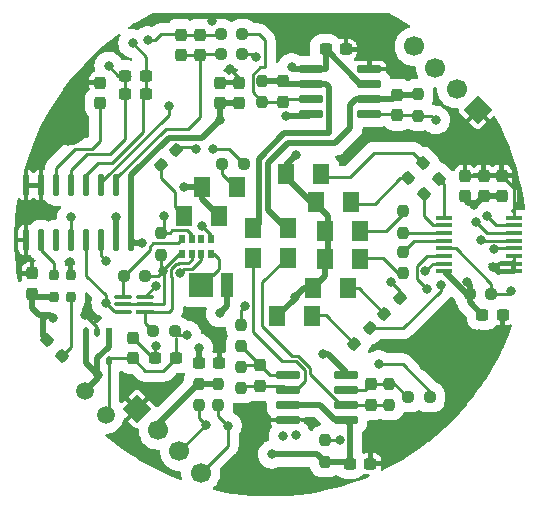
<source format=gbr>
%TF.GenerationSoftware,KiCad,Pcbnew,(6.0.0)*%
%TF.CreationDate,2023-06-19T18:06:32-05:00*%
%TF.ProjectId,RoundScanner,526f756e-6453-4636-916e-6e65722e6b69,1.0*%
%TF.SameCoordinates,Original*%
%TF.FileFunction,Copper,L1,Top*%
%TF.FilePolarity,Positive*%
%FSLAX46Y46*%
G04 Gerber Fmt 4.6, Leading zero omitted, Abs format (unit mm)*
G04 Created by KiCad (PCBNEW (6.0.0)) date 2023-06-19 18:06:32*
%MOMM*%
%LPD*%
G01*
G04 APERTURE LIST*
G04 Aperture macros list*
%AMRoundRect*
0 Rectangle with rounded corners*
0 $1 Rounding radius*
0 $2 $3 $4 $5 $6 $7 $8 $9 X,Y pos of 4 corners*
0 Add a 4 corners polygon primitive as box body*
4,1,4,$2,$3,$4,$5,$6,$7,$8,$9,$2,$3,0*
0 Add four circle primitives for the rounded corners*
1,1,$1+$1,$2,$3*
1,1,$1+$1,$4,$5*
1,1,$1+$1,$6,$7*
1,1,$1+$1,$8,$9*
0 Add four rect primitives between the rounded corners*
20,1,$1+$1,$2,$3,$4,$5,0*
20,1,$1+$1,$4,$5,$6,$7,0*
20,1,$1+$1,$6,$7,$8,$9,0*
20,1,$1+$1,$8,$9,$2,$3,0*%
%AMHorizOval*
0 Thick line with rounded ends*
0 $1 width*
0 $2 $3 position (X,Y) of the first rounded end (center of the circle)*
0 $4 $5 position (X,Y) of the second rounded end (center of the circle)*
0 Add line between two ends*
20,1,$1,$2,$3,$4,$5,0*
0 Add two circle primitives to create the rounded ends*
1,1,$1,$2,$3*
1,1,$1,$4,$5*%
%AMRotRect*
0 Rectangle, with rotation*
0 The origin of the aperture is its center*
0 $1 length*
0 $2 width*
0 $3 Rotation angle, in degrees counterclockwise*
0 Add horizontal line*
21,1,$1,$2,0,0,$3*%
G04 Aperture macros list end*
%TA.AperFunction,SMDPad,CuDef*%
%ADD10RoundRect,0.250001X0.462499X0.624999X-0.462499X0.624999X-0.462499X-0.624999X0.462499X-0.624999X0*%
%TD*%
%TA.AperFunction,SMDPad,CuDef*%
%ADD11RoundRect,0.237500X-0.237500X0.300000X-0.237500X-0.300000X0.237500X-0.300000X0.237500X0.300000X0*%
%TD*%
%TA.AperFunction,SMDPad,CuDef*%
%ADD12RoundRect,0.237500X0.237500X-0.300000X0.237500X0.300000X-0.237500X0.300000X-0.237500X-0.300000X0*%
%TD*%
%TA.AperFunction,SMDPad,CuDef*%
%ADD13RoundRect,0.237500X0.344715X-0.008839X-0.008839X0.344715X-0.344715X0.008839X0.008839X-0.344715X0*%
%TD*%
%TA.AperFunction,SMDPad,CuDef*%
%ADD14RoundRect,0.237500X-0.237500X0.250000X-0.237500X-0.250000X0.237500X-0.250000X0.237500X0.250000X0*%
%TD*%
%TA.AperFunction,SMDPad,CuDef*%
%ADD15R,1.510292X0.412132*%
%TD*%
%TA.AperFunction,SMDPad,CuDef*%
%ADD16RoundRect,0.206066X0.549080X0.000000X-0.549080X0.000000X-0.549080X0.000000X0.549080X0.000000X0*%
%TD*%
%TA.AperFunction,SMDPad,CuDef*%
%ADD17RoundRect,0.237500X0.237500X-0.250000X0.237500X0.250000X-0.237500X0.250000X-0.237500X-0.250000X0*%
%TD*%
%TA.AperFunction,SMDPad,CuDef*%
%ADD18RoundRect,0.237500X0.250000X0.237500X-0.250000X0.237500X-0.250000X-0.237500X0.250000X-0.237500X0*%
%TD*%
%TA.AperFunction,SMDPad,CuDef*%
%ADD19C,1.500000*%
%TD*%
%TA.AperFunction,ComponentPad*%
%ADD20C,3.500000*%
%TD*%
%TA.AperFunction,SMDPad,CuDef*%
%ADD21RoundRect,0.237500X0.300000X0.237500X-0.300000X0.237500X-0.300000X-0.237500X0.300000X-0.237500X0*%
%TD*%
%TA.AperFunction,SMDPad,CuDef*%
%ADD22R,0.543390X1.874066*%
%TD*%
%TA.AperFunction,SMDPad,CuDef*%
%ADD23RoundRect,0.271695X0.000000X0.665338X0.000000X-0.665338X0.000000X-0.665338X0.000000X0.665338X0*%
%TD*%
%TA.AperFunction,SMDPad,CuDef*%
%ADD24RoundRect,0.042000X-0.943000X-0.258000X0.943000X-0.258000X0.943000X0.258000X-0.943000X0.258000X0*%
%TD*%
%TA.AperFunction,SMDPad,CuDef*%
%ADD25RoundRect,0.237500X-0.250000X-0.237500X0.250000X-0.237500X0.250000X0.237500X-0.250000X0.237500X0*%
%TD*%
%TA.AperFunction,SMDPad,CuDef*%
%ADD26RoundRect,0.237500X0.008839X0.344715X-0.344715X-0.008839X-0.008839X-0.344715X0.344715X0.008839X0*%
%TD*%
%TA.AperFunction,SMDPad,CuDef*%
%ADD27RoundRect,0.200000X0.200000X0.250000X-0.200000X0.250000X-0.200000X-0.250000X0.200000X-0.250000X0*%
%TD*%
%TA.AperFunction,SMDPad,CuDef*%
%ADD28R,0.550000X0.800000*%
%TD*%
%TA.AperFunction,SMDPad,CuDef*%
%ADD29O,0.550000X0.800000*%
%TD*%
%TA.AperFunction,SMDPad,CuDef*%
%ADD30RoundRect,0.042000X0.943000X0.258000X-0.943000X0.258000X-0.943000X-0.258000X0.943000X-0.258000X0*%
%TD*%
%TA.AperFunction,SMDPad,CuDef*%
%ADD31RoundRect,0.250001X-0.462499X-0.624999X0.462499X-0.624999X0.462499X0.624999X-0.462499X0.624999X0*%
%TD*%
%TA.AperFunction,SMDPad,CuDef*%
%ADD32R,2.100000X2.100000*%
%TD*%
%TA.AperFunction,SMDPad,CuDef*%
%ADD33R,1.000000X2.100000*%
%TD*%
%TA.AperFunction,SMDPad,CuDef*%
%ADD34RoundRect,0.237500X-0.300000X-0.237500X0.300000X-0.237500X0.300000X0.237500X-0.300000X0.237500X0*%
%TD*%
%TA.AperFunction,SMDPad,CuDef*%
%ADD35R,1.475000X0.450000*%
%TD*%
%TA.AperFunction,SMDPad,CuDef*%
%ADD36R,0.590000X0.690000*%
%TD*%
%TA.AperFunction,ComponentPad*%
%ADD37RotRect,1.700000X1.700000X45.000000*%
%TD*%
%TA.AperFunction,ComponentPad*%
%ADD38HorizOval,1.700000X0.000000X0.000000X0.000000X0.000000X0*%
%TD*%
%TA.AperFunction,ComponentPad*%
%ADD39RotRect,1.700000X1.700000X225.000000*%
%TD*%
%TA.AperFunction,ComponentPad*%
%ADD40HorizOval,1.700000X0.000000X0.000000X0.000000X0.000000X0*%
%TD*%
%TA.AperFunction,ViaPad*%
%ADD41C,0.800000*%
%TD*%
%TA.AperFunction,Conductor*%
%ADD42C,0.500000*%
%TD*%
%TA.AperFunction,Conductor*%
%ADD43C,0.250000*%
%TD*%
G04 APERTURE END LIST*
D10*
%TO.P,D8,1,K*%
%TO.N,Net-(D8-Pad1)*%
X93562500Y-101727000D03*
%TO.P,D8,2,A*%
%TO.N,+3V3*%
X90587500Y-101727000D03*
%TD*%
D11*
%TO.P,C7,1*%
%TO.N,GND*%
X86614000Y-94006500D03*
%TO.P,C7,2*%
%TO.N,+3V3*%
X86614000Y-95731500D03*
%TD*%
D12*
%TO.P,C13,1*%
%TO.N,+3V3*%
X69088000Y-111860500D03*
%TO.P,C13,2*%
%TO.N,GND*%
X69088000Y-110135500D03*
%TD*%
D13*
%TO.P,R29,1*%
%TO.N,Net-(R29-Pad1)*%
X103515235Y-102118235D03*
%TO.P,R29,2*%
%TO.N,Net-(D8-Pad1)*%
X102224765Y-100827765D03*
%TD*%
D14*
%TO.P,R1,1*%
%TO.N,Net-(C2-Pad1)*%
X101784000Y-94972500D03*
%TO.P,R1,2*%
%TO.N,Net-(C2-Pad2)*%
X101784000Y-96797500D03*
%TD*%
D11*
%TO.P,C3,1*%
%TO.N,Net-(C3-Pad1)*%
X90354000Y-93879500D03*
%TO.P,C3,2*%
%TO.N,Net-(C3-Pad2)*%
X90354000Y-95604500D03*
%TD*%
D12*
%TO.P,C5,1*%
%TO.N,/ADC/AIN-*%
X81661000Y-91667500D03*
%TO.P,C5,2*%
%TO.N,/ADC/AIN+*%
X81661000Y-89942500D03*
%TD*%
D15*
%TO.P,Q1,1,S2*%
%TO.N,SCL_2v*%
X78624919Y-113426000D03*
D16*
%TO.P,Q1,2,G2*%
%TO.N,+1V8*%
X78624919Y-112776000D03*
%TO.P,Q1,3,D1*%
%TO.N,SDA*%
X78624919Y-112126000D03*
%TO.P,Q1,4,S1*%
%TO.N,SDA_2v*%
X76823081Y-112126000D03*
%TO.P,Q1,5,G1*%
%TO.N,+1V8*%
X76823081Y-112776000D03*
%TO.P,Q1,6,D2*%
%TO.N,SCL*%
X76823081Y-113426000D03*
%TD*%
D17*
%TO.P,R16,1*%
%TO.N,+3V3*%
X93896999Y-126122497D03*
%TO.P,R16,2*%
%TO.N,Net-(D2-Pad2)*%
X93896999Y-124297497D03*
%TD*%
D18*
%TO.P,R4,1*%
%TO.N,Net-(C3-Pad2)*%
X86891500Y-89916000D03*
%TO.P,R4,2*%
%TO.N,/ADC/AIN+*%
X85066500Y-89916000D03*
%TD*%
D17*
%TO.P,R13,1*%
%TO.N,Net-(C12-Pad2)*%
X86781000Y-116331500D03*
%TO.P,R13,2*%
%TO.N,/ADC/AIN2-*%
X86781000Y-114506500D03*
%TD*%
D11*
%TO.P,C20,1*%
%TO.N,GND*%
X77597000Y-115596500D03*
%TO.P,C20,2*%
%TO.N,+1V8*%
X77597000Y-117321500D03*
%TD*%
D19*
%TO.P,TP1,1,1*%
%TO.N,+1V8*%
X75311000Y-122174000D03*
%TD*%
D18*
%TO.P,R7,1*%
%TO.N,+1V8*%
X81163500Y-115069000D03*
%TO.P,R7,2*%
%TO.N,SCL_2v*%
X79338500Y-115069000D03*
%TD*%
D20*
%TO.P,H2,1,1*%
%TO.N,GND*%
X72136000Y-97556000D03*
%TD*%
D11*
%TO.P,C2,1*%
%TO.N,Net-(C2-Pad1)*%
X100006000Y-95022500D03*
%TO.P,C2,2*%
%TO.N,Net-(C2-Pad2)*%
X100006000Y-96747500D03*
%TD*%
%TO.P,C14,1*%
%TO.N,GND*%
X108839000Y-101880500D03*
%TO.P,C14,2*%
%TO.N,+3V3*%
X108839000Y-103605500D03*
%TD*%
D10*
%TO.P,D12,1,K*%
%TO.N,Net-(C21-Pad1)*%
X90766000Y-108839000D03*
%TO.P,D12,2,A*%
%TO.N,Net-(C12-Pad1)*%
X87791000Y-108839000D03*
%TD*%
%TO.P,D10,1,K*%
%TO.N,Net-(D10-Pad1)*%
X96864500Y-106553000D03*
%TO.P,D10,2,A*%
%TO.N,+3V3*%
X93889500Y-106553000D03*
%TD*%
%TO.P,D5,1,K*%
%TO.N,Net-(D5-Pad1)*%
X95848500Y-111379000D03*
%TO.P,D5,2,A*%
%TO.N,+3V3*%
X92873500Y-111379000D03*
%TD*%
D21*
%TO.P,C16,1*%
%TO.N,GND*%
X97709500Y-126259999D03*
%TO.P,C16,2*%
%TO.N,+3V3*%
X95984500Y-126259999D03*
%TD*%
D10*
%TO.P,D9,1,K*%
%TO.N,Net-(D9-Pad1)*%
X96102500Y-104140000D03*
%TO.P,D9,2,A*%
%TO.N,+3V3*%
X93127500Y-104140000D03*
%TD*%
D12*
%TO.P,C17,1*%
%TO.N,+3V3*%
X105731000Y-103631500D03*
%TO.P,C17,2*%
%TO.N,GND*%
X105731000Y-101906500D03*
%TD*%
D22*
%TO.P,U2,1,REFP*%
%TO.N,+3V3*%
X77470000Y-102694433D03*
D23*
%TO.P,U2,2,VIN1N*%
%TO.N,/ADC/AIN-*%
X76200000Y-102694433D03*
%TO.P,U2,3,VIN1P*%
%TO.N,/ADC/AIN+*%
X74930000Y-102694433D03*
%TO.P,U2,4,VIN2N*%
%TO.N,/ADC/AIN2-*%
X73660000Y-102694433D03*
%TO.P,U2,5,VIN2P*%
%TO.N,/ADC/AIN2+*%
X72390000Y-102694433D03*
%TO.P,U2,6,VBG*%
%TO.N,Net-(C10-Pad2)*%
X71120000Y-102694433D03*
%TO.P,U2,7,REFN*%
%TO.N,GND*%
X69850000Y-102694433D03*
%TO.P,U2,8,AVSS*%
X68580000Y-102694433D03*
%TO.P,U2,9,DVSS*%
X68580000Y-107326567D03*
%TO.P,U2,10,XIN*%
%TO.N,Net-(U2-Pad10)*%
X69850000Y-107326567D03*
%TO.P,U2,11,XOUT*%
%TO.N,unconnected-(U2-Pad11)*%
X71120000Y-107326567D03*
%TO.P,U2,12,DRDY*%
%TO.N,DRDY_INT*%
X72390000Y-107326567D03*
%TO.P,U2,13,SCLK*%
%TO.N,SCL*%
X73660000Y-107326567D03*
%TO.P,U2,14,SDIO*%
%TO.N,SDA*%
X74930000Y-107326567D03*
%TO.P,U2,15,DVDD*%
%TO.N,+3V3*%
X76200000Y-107326567D03*
%TO.P,U2,16,AVDD/LDO*%
X77470000Y-107326567D03*
%TD*%
D17*
%TO.P,R2,1*%
%TO.N,Net-(C3-Pad2)*%
X88576000Y-95654500D03*
%TO.P,R2,2*%
%TO.N,Net-(C3-Pad1)*%
X88576000Y-93829500D03*
%TD*%
D24*
%TO.P,U4,1*%
%TO.N,Net-(C12-Pad2)*%
X90736663Y-118745000D03*
%TO.P,U4,2,-*%
%TO.N,Net-(C12-Pad1)*%
X90736663Y-120015000D03*
%TO.P,U4,3,+*%
%TO.N,+3V3*%
X90736663Y-121285000D03*
%TO.P,U4,4,V-*%
%TO.N,GND*%
X90736663Y-122555000D03*
%TO.P,U4,5,+*%
%TO.N,+3V3*%
X95676663Y-122555000D03*
%TO.P,U4,6,-*%
%TO.N,Net-(C21-Pad1)*%
X95676663Y-121285000D03*
%TO.P,U4,7*%
%TO.N,Net-(C21-Pad2)*%
X95676663Y-120015000D03*
%TO.P,U4,8,V+*%
%TO.N,+3V3*%
X95676663Y-118745000D03*
%TD*%
D10*
%TO.P,D4,1,K*%
%TO.N,Net-(D4-Pad1)*%
X92800500Y-113792000D03*
%TO.P,D4,2,A*%
%TO.N,+3V3*%
X89825500Y-113792000D03*
%TD*%
D17*
%TO.P,R12,1*%
%TO.N,SDA*%
X83185000Y-121308500D03*
%TO.P,R12,2*%
%TO.N,+3V3*%
X83185000Y-119483500D03*
%TD*%
D21*
%TO.P,C11,1*%
%TO.N,GND*%
X84927474Y-117725423D03*
%TO.P,C11,2*%
%TO.N,+3V3*%
X83202474Y-117725423D03*
%TD*%
D11*
%TO.P,C6,1*%
%TO.N,GND*%
X84963000Y-94006500D03*
%TO.P,C6,2*%
%TO.N,+3V3*%
X84963000Y-95731500D03*
%TD*%
D18*
%TO.P,R28,1*%
%TO.N,Net-(R28-Pad1)*%
X87023500Y-100889000D03*
%TO.P,R28,2*%
%TO.N,Net-(D7-Pad1)*%
X85198500Y-100889000D03*
%TD*%
D25*
%TO.P,R14,1*%
%TO.N,Net-(C21-Pad2)*%
X100930163Y-120650000D03*
%TO.P,R14,2*%
%TO.N,/ADC/AIN2+*%
X102755163Y-120650000D03*
%TD*%
D18*
%TO.P,R8,1*%
%TO.N,+1V8*%
X78663500Y-110369000D03*
%TO.P,R8,2*%
%TO.N,SDA_2v*%
X76838500Y-110369000D03*
%TD*%
D26*
%TO.P,R26,1*%
%TO.N,Net-(R26-Pad1)*%
X100213235Y-112257765D03*
%TO.P,R26,2*%
%TO.N,Net-(D5-Pad1)*%
X98922765Y-113548235D03*
%TD*%
D11*
%TO.P,C10,1*%
%TO.N,GND*%
X74803000Y-94006500D03*
%TO.P,C10,2*%
%TO.N,Net-(C10-Pad2)*%
X74803000Y-95731500D03*
%TD*%
D20*
%TO.P,H1,1,1*%
%TO.N,GND*%
X103632000Y-115717000D03*
%TD*%
D27*
%TO.P,X1,1,Tri-State*%
%TO.N,Net-(R18-Pad1)*%
X72353000Y-112177000D03*
%TO.P,X1,2,GND*%
%TO.N,GND*%
X72353000Y-110327000D03*
%TO.P,X1,3,OUT*%
%TO.N,Net-(U2-Pad10)*%
X70903000Y-110327000D03*
%TO.P,X1,4,VDD*%
%TO.N,+3V3*%
X70903000Y-112177000D03*
%TD*%
D13*
%TO.P,R18,1*%
%TO.N,Net-(R18-Pad1)*%
X71638235Y-117104235D03*
%TO.P,R18,2*%
%TO.N,+3V3*%
X70347765Y-115813765D03*
%TD*%
D11*
%TO.P,C15,1*%
%TO.N,GND*%
X107315000Y-101880500D03*
%TO.P,C15,2*%
%TO.N,+3V3*%
X107315000Y-103605500D03*
%TD*%
D17*
%TO.P,R31,1*%
%TO.N,Net-(R31-Pad1)*%
X100457000Y-106703500D03*
%TO.P,R31,2*%
%TO.N,Net-(D10-Pad1)*%
X100457000Y-104878500D03*
%TD*%
D28*
%TO.P,U7,1,OUT2*%
%TO.N,+3V3*%
X75562501Y-115141500D03*
D29*
%TO.P,U7,2,GND*%
%TO.N,GND*%
X74612500Y-115141500D03*
%TO.P,U7,3,EN2*%
%TO.N,+3V3*%
X73662499Y-115141500D03*
%TO.P,U7,4,EN1*%
X73662499Y-117541500D03*
%TO.P,U7,5,IN*%
X74612500Y-117541500D03*
%TO.P,U7,6,OUT1*%
%TO.N,+1V8*%
X75562501Y-117541500D03*
%TD*%
D30*
%TO.P,U1,1*%
%TO.N,Net-(C2-Pad2)*%
X97650000Y-96647000D03*
%TO.P,U1,2,-*%
%TO.N,Net-(C2-Pad1)*%
X97650000Y-95377000D03*
%TO.P,U1,3,+*%
%TO.N,+3V3*%
X97650000Y-94107000D03*
%TO.P,U1,4,V-*%
%TO.N,GND*%
X97650000Y-92837000D03*
%TO.P,U1,5,+*%
%TO.N,+3V3*%
X92710000Y-92837000D03*
%TO.P,U1,6,-*%
%TO.N,Net-(C3-Pad1)*%
X92710000Y-94107000D03*
%TO.P,U1,7*%
%TO.N,Net-(C3-Pad2)*%
X92710000Y-95377000D03*
%TO.P,U1,8,V+*%
%TO.N,+3V3*%
X92710000Y-96647000D03*
%TD*%
D14*
%TO.P,R11,1*%
%TO.N,+3V3*%
X84836000Y-119507000D03*
%TO.P,R11,2*%
%TO.N,SCL*%
X84836000Y-121332000D03*
%TD*%
D31*
%TO.P,D1,1,K*%
%TO.N,Net-(C3-Pad1)*%
X87793500Y-106299000D03*
%TO.P,D1,2,A*%
%TO.N,Net-(C2-Pad1)*%
X90768500Y-106299000D03*
%TD*%
D17*
%TO.P,R19,1*%
%TO.N,+1V8*%
X79981000Y-108581500D03*
%TO.P,R19,2*%
%TO.N,AS7341_INT*%
X79981000Y-106756500D03*
%TD*%
D32*
%TO.P,D3,1,CATHODE*%
%TO.N,Net-(D3-Pad1)*%
X83391000Y-111125000D03*
D33*
%TO.P,D3,2,ANODE*%
%TO.N,+3V3*%
X85561000Y-111125000D03*
%TD*%
D34*
%TO.P,C22,1*%
%TO.N,/ADC/AIN2+*%
X76988500Y-94996000D03*
%TO.P,C22,2*%
%TO.N,/ADC/AIN2-*%
X78713500Y-94996000D03*
%TD*%
D26*
%TO.P,R27,1*%
%TO.N,Net-(R27-Pad1)*%
X81290235Y-99684765D03*
%TO.P,R27,2*%
%TO.N,Net-(D6-Pad1)*%
X79999765Y-100975235D03*
%TD*%
D10*
%TO.P,D11,1,K*%
%TO.N,Net-(D11-Pad1)*%
X96864500Y-108966000D03*
%TO.P,D11,2,A*%
%TO.N,+3V3*%
X93889500Y-108966000D03*
%TD*%
D21*
%TO.P,C23,1*%
%TO.N,/ADC/AIN2-*%
X78713500Y-93397300D03*
%TO.P,C23,2*%
%TO.N,/ADC/AIN2+*%
X76988500Y-93397300D03*
%TD*%
D14*
%TO.P,R10,1*%
%TO.N,Net-(C21-Pad2)*%
X99302663Y-119483500D03*
%TO.P,R10,2*%
%TO.N,Net-(C21-Pad1)*%
X99302663Y-121308500D03*
%TD*%
D21*
%TO.P,C1,1*%
%TO.N,GND*%
X95661500Y-91186000D03*
%TO.P,C1,2*%
%TO.N,+3V3*%
X93936500Y-91186000D03*
%TD*%
D35*
%TO.P,U5,1,A0*%
%TO.N,GND*%
X109872000Y-109971000D03*
%TO.P,U5,2,A1*%
X109872000Y-109321000D03*
%TO.P,U5,3,A2*%
X109872000Y-108671000D03*
%TO.P,U5,4,~{OUT0}*%
%TO.N,Net-(R25-Pad1)*%
X109872000Y-108021000D03*
%TO.P,U5,5,~{OUT1}*%
%TO.N,Net-(R26-Pad1)*%
X109872000Y-107371000D03*
%TO.P,U5,6,~{OUT2}*%
%TO.N,Net-(R27-Pad1)*%
X109872000Y-106721000D03*
%TO.P,U5,7,~{OUT3}*%
%TO.N,Net-(R28-Pad1)*%
X109872000Y-106071000D03*
%TO.P,U5,8,GND*%
%TO.N,GND*%
X109872000Y-105421000D03*
%TO.P,U5,9,~{OUT4}*%
%TO.N,Net-(R29-Pad1)*%
X103996000Y-105421000D03*
%TO.P,U5,10,~{OUT5}*%
%TO.N,Net-(R30-Pad1)*%
X103996000Y-106071000D03*
%TO.P,U5,11,~{OUT6}*%
%TO.N,Net-(R31-Pad1)*%
X103996000Y-106721000D03*
%TO.P,U5,12,~{OUT7}*%
%TO.N,Net-(R32-Pad1)*%
X103996000Y-107371000D03*
%TO.P,U5,13,~{RESET}*%
%TO.N,LED RESET*%
X103996000Y-108021000D03*
%TO.P,U5,14,SCL*%
%TO.N,SCL*%
X103996000Y-108671000D03*
%TO.P,U5,15,SDA*%
%TO.N,SDA*%
X103996000Y-109321000D03*
%TO.P,U5,16,VCC*%
%TO.N,+3V3*%
X103996000Y-109971000D03*
%TD*%
D34*
%TO.P,C18,1*%
%TO.N,+3V3*%
X107214500Y-113665000D03*
%TO.P,C18,2*%
%TO.N,GND*%
X108939500Y-113665000D03*
%TD*%
D11*
%TO.P,C4,1*%
%TO.N,/ADC/AIN+*%
X83312000Y-89942500D03*
%TO.P,C4,2*%
%TO.N,/ADC/AIN-*%
X83312000Y-91667500D03*
%TD*%
D10*
%TO.P,D7,1,K*%
%TO.N,Net-(D7-Pad1)*%
X86450500Y-102870000D03*
%TO.P,D7,2,A*%
%TO.N,+3V3*%
X83475500Y-102870000D03*
%TD*%
D13*
%TO.P,R30,1*%
%TO.N,Net-(R30-Pad1)*%
X102245235Y-103388235D03*
%TO.P,R30,2*%
%TO.N,Net-(D9-Pad1)*%
X100954765Y-102097765D03*
%TD*%
D19*
%TO.P,TP3,1,1*%
%TO.N,+3V3*%
X73533000Y-120142000D03*
%TD*%
D36*
%TO.P,U6,1,VDD*%
%TO.N,+1V8*%
X81801000Y-108549000D03*
%TO.P,U6,2,SCL*%
%TO.N,SCL_2v*%
X82601000Y-108549000D03*
%TO.P,U6,3,GND*%
%TO.N,GND*%
X83401000Y-108549000D03*
%TO.P,U6,4,LDR*%
%TO.N,Net-(D3-Pad1)*%
X84201000Y-108549000D03*
%TO.P,U6,5,PGND*%
%TO.N,GND*%
X84201000Y-107269000D03*
%TO.P,U6,6,GPIO*%
%TO.N,unconnected-(U6-Pad6)*%
X83401000Y-107269000D03*
%TO.P,U6,7,INT*%
%TO.N,AS7341_INT*%
X82601000Y-107269000D03*
%TO.P,U6,8,SDA*%
%TO.N,SDA_2v*%
X81801000Y-107269000D03*
%TD*%
D12*
%TO.P,C21,1*%
%TO.N,Net-(C21-Pad1)*%
X97778663Y-121258500D03*
%TO.P,C21,2*%
%TO.N,Net-(C21-Pad2)*%
X97778663Y-119533500D03*
%TD*%
D18*
%TO.P,R3,1*%
%TO.N,Net-(C2-Pad2)*%
X86891500Y-91567000D03*
%TO.P,R3,2*%
%TO.N,/ADC/AIN-*%
X85066500Y-91567000D03*
%TD*%
%TO.P,R24,1*%
%TO.N,LED RESET*%
X107973500Y-111887000D03*
%TO.P,R24,2*%
%TO.N,+3V3*%
X106148500Y-111887000D03*
%TD*%
D12*
%TO.P,C12,1*%
%TO.N,Net-(C12-Pad1)*%
X88381000Y-119651500D03*
%TO.P,C12,2*%
%TO.N,Net-(C12-Pad2)*%
X88381000Y-117926500D03*
%TD*%
D26*
%TO.P,R25,1*%
%TO.N,Net-(R25-Pad1)*%
X97673235Y-114797765D03*
%TO.P,R25,2*%
%TO.N,Net-(D4-Pad1)*%
X96382765Y-116088235D03*
%TD*%
D34*
%TO.P,C19,1*%
%TO.N,GND*%
X79528500Y-117348000D03*
%TO.P,C19,2*%
%TO.N,+1V8*%
X81253500Y-117348000D03*
%TD*%
D31*
%TO.P,D6,1,K*%
%TO.N,Net-(D6-Pad1)*%
X81951500Y-105283000D03*
%TO.P,D6,2,A*%
%TO.N,+3V3*%
X84926500Y-105283000D03*
%TD*%
D17*
%TO.P,R9,1*%
%TO.N,Net-(C12-Pad1)*%
X86811000Y-119861500D03*
%TO.P,R9,2*%
%TO.N,Net-(C12-Pad2)*%
X86811000Y-118036500D03*
%TD*%
D14*
%TO.P,R32,1*%
%TO.N,Net-(R32-Pad1)*%
X100457000Y-108307500D03*
%TO.P,R32,2*%
%TO.N,Net-(D11-Pad1)*%
X100457000Y-110132500D03*
%TD*%
D37*
%TO.P,J4,1,Pin_1*%
%TO.N,GND*%
X106831000Y-96319000D03*
D38*
%TO.P,J4,2,Pin_2*%
%TO.N,LED RESET*%
X105034949Y-94522949D03*
%TO.P,J4,3,Pin_3*%
%TO.N,AS7341_INT*%
X103238898Y-92726898D03*
%TO.P,J4,4,Pin_4*%
%TO.N,DRDY_INT*%
X101442846Y-90930846D03*
%TD*%
D39*
%TO.P,J1,1,Pin_1*%
%TO.N,GND*%
X77975672Y-121628317D03*
D40*
%TO.P,J1,2,Pin_2*%
%TO.N,+3V3*%
X79771723Y-123424368D03*
%TO.P,J1,3,Pin_3*%
%TO.N,SDA*%
X81567774Y-125220419D03*
%TO.P,J1,4,Pin_4*%
%TO.N,SCL*%
X83363826Y-127016471D03*
%TD*%
D41*
%TO.N,+3V3*%
X90574204Y-96811500D03*
X78411285Y-107574192D03*
X81941000Y-102869000D03*
X89408000Y-125476000D03*
X76200000Y-105410000D03*
X106531000Y-104319000D03*
X74676000Y-118745000D03*
X93726000Y-116967000D03*
X70871000Y-113929000D03*
X84963000Y-97155000D03*
X85001000Y-113509000D03*
X105871000Y-110849000D03*
X91059000Y-92710000D03*
X91402051Y-100123252D03*
X91331250Y-112159250D03*
X83185000Y-116459000D03*
%TO.N,Net-(C2-Pad2)*%
X88048500Y-91816701D03*
X103251000Y-97155000D03*
%TO.N,/ADC/AIN+*%
X80645000Y-96012000D03*
X78867000Y-90424000D03*
%TO.N,SDA*%
X75381000Y-109069000D03*
X102362000Y-109982000D03*
X90321000Y-123919000D03*
X83819942Y-123004567D03*
X79536989Y-111252000D03*
%TO.N,LED RESET*%
X109601000Y-111633000D03*
%TO.N,Net-(R25-Pad1)*%
X103692257Y-111133368D03*
X108157333Y-108095500D03*
%TO.N,Net-(R26-Pad1)*%
X107061000Y-107315000D03*
X99441000Y-110871000D03*
%TO.N,Net-(R27-Pad1)*%
X106680000Y-105791000D03*
X82991000Y-99649000D03*
%TO.N,Net-(R28-Pad1)*%
X107569000Y-105283000D03*
X84391000Y-99629000D03*
%TO.N,DRDY_INT*%
X72390000Y-105410000D03*
%TO.N,SCL*%
X102487287Y-111476921D03*
X85641000Y-123059000D03*
X75315299Y-112644701D03*
X91440000Y-123825000D03*
%TO.N,Net-(D2-Pad2)*%
X95135000Y-124257513D03*
%TO.N,+1V8*%
X80141999Y-109974704D03*
X82231000Y-115369000D03*
%TO.N,/ADC/AIN2+*%
X75565000Y-92583000D03*
X98425000Y-117856000D03*
%TO.N,/ADC/AIN2-*%
X87080500Y-112919448D03*
X77597000Y-90678000D03*
%TO.N,GND*%
X105029000Y-119380000D03*
X99231000Y-89019000D03*
X102235000Y-117983000D03*
X84963000Y-116332000D03*
X89916000Y-89027000D03*
X107696000Y-98171000D03*
X85852000Y-92837000D03*
X108131000Y-109639000D03*
X99314000Y-116205000D03*
X95885000Y-89027000D03*
X101981000Y-122809000D03*
X81601000Y-110099000D03*
X106934000Y-115316000D03*
X106934000Y-117856000D03*
X108839000Y-99568000D03*
X97901000Y-98409000D03*
X84328000Y-88773000D03*
X100330000Y-93091000D03*
X73571000Y-113649000D03*
X83461000Y-106149000D03*
X72301000Y-109149000D03*
X100203000Y-123952000D03*
X79751000Y-126269000D03*
X79551000Y-116279000D03*
X85971000Y-128069000D03*
%TO.N,AS7341_INT*%
X80291000Y-105329000D03*
%TD*%
D42*
%TO.N,+3V3*%
X76200000Y-107326567D02*
X76200000Y-105410000D01*
X91059000Y-92710000D02*
X91186000Y-92837000D01*
X107161500Y-103759000D02*
X106601500Y-104319000D01*
X92873500Y-104267000D02*
X90587500Y-101981000D01*
X83185000Y-116459000D02*
X83185000Y-116893000D01*
X73662499Y-115141500D02*
X73662499Y-117541500D01*
X69404500Y-112177000D02*
X70903000Y-112177000D01*
X69981000Y-115447000D02*
X69981000Y-114035765D01*
X74612500Y-117341875D02*
X74612500Y-117541500D01*
X93499808Y-121285000D02*
X90736663Y-121285000D01*
X106148500Y-111126500D02*
X105871000Y-110849000D01*
X75562501Y-116391874D02*
X74612500Y-117341875D01*
X95676663Y-118745000D02*
X95676663Y-118536663D01*
X91331250Y-112159250D02*
X91331250Y-112286250D01*
X79771723Y-122902225D02*
X79771723Y-123424368D01*
X73662499Y-117731499D02*
X74676000Y-118745000D01*
X94107000Y-116967000D02*
X93726000Y-116967000D01*
X70347765Y-113669000D02*
X70611000Y-113669000D01*
X69691000Y-113669000D02*
X70347765Y-113669000D01*
X74676000Y-118999000D02*
X73533000Y-120142000D01*
X92710000Y-92837000D02*
X93936500Y-92837000D01*
X95984500Y-126259999D02*
X95984500Y-122862837D01*
X77470000Y-107326567D02*
X77470000Y-102694433D01*
X106389500Y-104177500D02*
X106531000Y-104319000D01*
X84963000Y-119507000D02*
X83166948Y-119507000D01*
X83185000Y-116893000D02*
X83202474Y-116910474D01*
X74612500Y-118681500D02*
X74676000Y-118745000D01*
X91331250Y-112286250D02*
X89825500Y-113792000D01*
X83475500Y-103832000D02*
X84926500Y-105283000D01*
X94769808Y-122555000D02*
X93499808Y-121285000D01*
X84963000Y-95731500D02*
X86614000Y-95731500D01*
X95676663Y-118536663D02*
X94107000Y-116967000D01*
X97650000Y-94107000D02*
X96857500Y-94107000D01*
X106148500Y-111887000D02*
X106148500Y-111126500D01*
X106019557Y-104177500D02*
X106389500Y-104177500D01*
X92545500Y-96811500D02*
X90574204Y-96811500D01*
X70347765Y-115813765D02*
X69981000Y-115447000D01*
X77470000Y-101854000D02*
X80670970Y-98653030D01*
X83185000Y-116893000D02*
X83185000Y-117707949D01*
X90587500Y-101981000D02*
X90587500Y-100937803D01*
X93127500Y-104267000D02*
X94118100Y-105257600D01*
X84963000Y-97155000D02*
X84963000Y-95731500D01*
X80670970Y-98653030D02*
X83464970Y-98653030D01*
X83464970Y-98653030D02*
X84963000Y-97155000D01*
X77717625Y-107574192D02*
X78411285Y-107574192D01*
X96857500Y-94107000D02*
X93936500Y-91186000D01*
X105912000Y-111887000D02*
X104020511Y-109995511D01*
X81942000Y-102870000D02*
X81941000Y-102869000D01*
X85561000Y-111125000D02*
X85561000Y-112949000D01*
X92873500Y-111379000D02*
X92111500Y-111379000D01*
X92710000Y-96647000D02*
X92545500Y-96811500D01*
X83475500Y-102997000D02*
X83475500Y-103832000D01*
X95984500Y-122862837D02*
X95676663Y-122555000D01*
X70611000Y-113669000D02*
X70871000Y-113929000D01*
X77470000Y-107326567D02*
X77717625Y-107574192D01*
X90587500Y-100937803D02*
X91402051Y-100123252D01*
X77470000Y-102694433D02*
X77470000Y-101854000D01*
X93896999Y-126122497D02*
X95846998Y-126122497D01*
X83475500Y-102870000D02*
X81942000Y-102870000D01*
X69088000Y-113066000D02*
X69691000Y-113669000D01*
X69088000Y-111860500D02*
X69404500Y-112177000D01*
X106148500Y-111887000D02*
X106148500Y-112599000D01*
X83166948Y-119507000D02*
X79771723Y-122902225D01*
X105791000Y-103948943D02*
X106019557Y-104177500D01*
X93889500Y-108839000D02*
X93889500Y-110363000D01*
X95676663Y-122555000D02*
X94769808Y-122555000D01*
X106148500Y-112599000D02*
X107214500Y-113665000D01*
X91186000Y-92837000D02*
X92710000Y-92837000D01*
X95846998Y-126122497D02*
X95984500Y-126259999D01*
X73662499Y-117541500D02*
X73662499Y-117731499D01*
X89408000Y-125476000D02*
X93250502Y-125476000D01*
X93936500Y-92837000D02*
X93936500Y-91186000D01*
X92111500Y-111379000D02*
X91331250Y-112159250D01*
X83202474Y-116910474D02*
X83202474Y-117725423D01*
X74676000Y-118745000D02*
X74676000Y-118999000D01*
X93250502Y-125476000D02*
X93896999Y-126122497D01*
X74612500Y-117541500D02*
X74612500Y-118681500D01*
X94118100Y-105257600D02*
X94118100Y-109220000D01*
X75562501Y-115141500D02*
X75562501Y-116391874D01*
X69981000Y-114035765D02*
X70347765Y-113669000D01*
X108839000Y-103605500D02*
X107315000Y-103605500D01*
X106601500Y-104319000D02*
X106531000Y-104319000D01*
X93889500Y-110363000D02*
X92873500Y-111379000D01*
X69088000Y-111860500D02*
X69088000Y-113066000D01*
X85561000Y-112949000D02*
X85001000Y-113509000D01*
%TO.N,Net-(C2-Pad1)*%
X97650000Y-95377000D02*
X99651500Y-95377000D01*
X90788971Y-99126511D02*
X94725971Y-99126511D01*
X89093511Y-100821971D02*
X90788971Y-99126511D01*
X100006000Y-95022500D02*
X101734000Y-95022500D01*
X96012000Y-95885000D02*
X96520000Y-95377000D01*
X96520000Y-95377000D02*
X97200663Y-95377000D01*
X96012000Y-97840482D02*
X96012000Y-95885000D01*
X90768500Y-106476800D02*
X89093511Y-104801811D01*
X99651500Y-95377000D02*
X100006000Y-95022500D01*
X89093511Y-104801811D02*
X89093511Y-100821971D01*
X94725971Y-99126511D02*
X96012000Y-97840482D01*
D43*
%TO.N,Net-(C2-Pad2)*%
X86891500Y-91567000D02*
X87798799Y-91567000D01*
X102893500Y-96797500D02*
X103251000Y-97155000D01*
X100006000Y-96747500D02*
X101734000Y-96747500D01*
X97650000Y-96647000D02*
X99905500Y-96647000D01*
X87798799Y-91567000D02*
X88048500Y-91816701D01*
X101784000Y-96797500D02*
X102893500Y-96797500D01*
D42*
%TO.N,Net-(C3-Pad1)*%
X94009000Y-94107000D02*
X93159337Y-94107000D01*
X94234000Y-98298000D02*
X94234000Y-94332000D01*
X88576000Y-93829500D02*
X90304000Y-93829500D01*
X92710000Y-94107000D02*
X90581500Y-94107000D01*
X90424000Y-98298000D02*
X94234000Y-98298000D01*
X88120520Y-106149780D02*
X88265000Y-106005300D01*
X94234000Y-94332000D02*
X94009000Y-94107000D01*
X88265000Y-106005300D02*
X88265000Y-100457000D01*
X88265000Y-100457000D02*
X90424000Y-98298000D01*
D43*
%TO.N,Net-(C3-Pad2)*%
X87757000Y-93366184D02*
X88413184Y-92710000D01*
X87757000Y-94835500D02*
X87757000Y-93366184D01*
X88773000Y-90424000D02*
X88265000Y-89916000D01*
X88773000Y-92710000D02*
X88773000Y-90424000D01*
X88413184Y-92710000D02*
X88773000Y-92710000D01*
X88576000Y-95654500D02*
X90304000Y-95654500D01*
X92710000Y-95377000D02*
X90581500Y-95377000D01*
X88265000Y-89916000D02*
X86891500Y-89916000D01*
X88576000Y-95654500D02*
X87757000Y-94835500D01*
%TO.N,/ADC/AIN+*%
X81661000Y-89942500D02*
X83312000Y-89942500D01*
X80645000Y-96740917D02*
X80645000Y-96012000D01*
X78867000Y-90424000D02*
X79478500Y-90424000D01*
X80010000Y-89892500D02*
X81611000Y-89892500D01*
X74930000Y-102455917D02*
X80645000Y-96740917D01*
X83312000Y-89942500D02*
X85040000Y-89942500D01*
X79478500Y-90424000D02*
X80010000Y-89892500D01*
%TO.N,/ADC/AIN-*%
X80391704Y-97917000D02*
X82269500Y-97917000D01*
X76200000Y-102108704D02*
X80391704Y-97917000D01*
X83312000Y-91667500D02*
X83312000Y-95146500D01*
X83312000Y-95146500D02*
X83285500Y-95173000D01*
X81661000Y-91667500D02*
X83312000Y-91667500D01*
X82269500Y-97917000D02*
X83285500Y-96901000D01*
X85066500Y-91567000D02*
X83412500Y-91567000D01*
X83285500Y-96901000D02*
X83285500Y-95173000D01*
%TO.N,Net-(D4-Pad1)*%
X92800500Y-113665000D02*
X93959530Y-113665000D01*
X93959530Y-113665000D02*
X96382765Y-116088235D01*
%TO.N,Net-(D5-Pad1)*%
X98922765Y-113548235D02*
X96753530Y-111379000D01*
X96753530Y-111379000D02*
X95848500Y-111379000D01*
%TO.N,Net-(D6-Pad1)*%
X81216489Y-103256971D02*
X79999765Y-102040247D01*
X79999765Y-102040247D02*
X79999765Y-100975235D01*
X81216489Y-104547989D02*
X81216489Y-103256971D01*
X81951500Y-105283000D02*
X81216489Y-104547989D01*
%TO.N,Net-(D7-Pad1)*%
X85198500Y-101745000D02*
X85198500Y-100889000D01*
X86450500Y-102997000D02*
X85198500Y-101745000D01*
%TO.N,Net-(D8-Pad1)*%
X95966500Y-101981000D02*
X93562500Y-101981000D01*
X101346000Y-99949000D02*
X97998500Y-99949000D01*
X97998500Y-99949000D02*
X95966500Y-101981000D01*
X102224765Y-100827765D02*
X101346000Y-99949000D01*
%TO.N,Net-(D9-Pad1)*%
X100954765Y-102097765D02*
X100275735Y-102097765D01*
X96102500Y-104267000D02*
X98106500Y-104267000D01*
X100275735Y-102097765D02*
X98106500Y-104267000D01*
%TO.N,Net-(D10-Pad1)*%
X100457000Y-105132500D02*
X99036500Y-106553000D01*
X96864500Y-106553000D02*
X99036500Y-106553000D01*
%TO.N,Net-(D11-Pad1)*%
X100076000Y-110132500D02*
X98782500Y-108839000D01*
X100457000Y-110132500D02*
X100076000Y-110132500D01*
X96864500Y-108839000D02*
X98782500Y-108839000D01*
%TO.N,SDA*%
X78624919Y-112126000D02*
X79498919Y-111252000D01*
X74930000Y-108618000D02*
X75381000Y-109069000D01*
X74930000Y-107326567D02*
X74930000Y-108618000D01*
X83185000Y-121308500D02*
X83185000Y-122369625D01*
X103023000Y-109321000D02*
X102362000Y-109982000D01*
X79498919Y-111252000D02*
X79536989Y-111252000D01*
X83185000Y-122369625D02*
X83819942Y-123004567D01*
X83783626Y-123004567D02*
X83819942Y-123004567D01*
X103996000Y-109321000D02*
X103023000Y-109321000D01*
X81567774Y-125220419D02*
X83783626Y-123004567D01*
%TO.N,LED RESET*%
X103996000Y-108021000D02*
X104983500Y-108021000D01*
X104983500Y-108021000D02*
X107973500Y-111011000D01*
X107973500Y-111887000D02*
X109347000Y-111887000D01*
X107973500Y-111011000D02*
X107973500Y-111887000D01*
X109347000Y-111887000D02*
X109601000Y-111633000D01*
%TO.N,Net-(R25-Pad1)*%
X100502235Y-114797765D02*
X103692257Y-111607743D01*
X108231833Y-108021000D02*
X108157333Y-108095500D01*
X97779765Y-114797765D02*
X100502235Y-114797765D01*
X103692257Y-111607743D02*
X103692257Y-111133368D01*
X109872000Y-108021000D02*
X108231833Y-108021000D01*
%TO.N,Net-(R26-Pad1)*%
X107117000Y-107371000D02*
X107061000Y-107315000D01*
X100213235Y-112257765D02*
X100213235Y-111643235D01*
X100213235Y-111643235D02*
X99441000Y-110871000D01*
X109872000Y-107371000D02*
X107117000Y-107371000D01*
%TO.N,Net-(R27-Pad1)*%
X107610000Y-106721000D02*
X106680000Y-105791000D01*
X109872000Y-106721000D02*
X107610000Y-106721000D01*
X82783000Y-99441000D02*
X82991000Y-99649000D01*
X81534000Y-99441000D02*
X82783000Y-99441000D01*
%TO.N,Net-(R28-Pad1)*%
X87023500Y-100889000D02*
X85763500Y-99629000D01*
X109872000Y-106071000D02*
X108357000Y-106071000D01*
X108357000Y-106071000D02*
X107569000Y-105283000D01*
X85763500Y-99629000D02*
X84391000Y-99629000D01*
%TO.N,Net-(R29-Pad1)*%
X103996000Y-105421000D02*
X103996000Y-102599000D01*
X103996000Y-102599000D02*
X103515235Y-102118235D01*
%TO.N,Net-(R30-Pad1)*%
X102245235Y-105307735D02*
X102245235Y-103388235D01*
X103996000Y-106071000D02*
X103008500Y-106071000D01*
X103008500Y-106071000D02*
X102245235Y-105307735D01*
%TO.N,Net-(R31-Pad1)*%
X103996000Y-106721000D02*
X100474500Y-106721000D01*
%TO.N,Net-(R32-Pad1)*%
X103996000Y-107371000D02*
X101393500Y-107371000D01*
X101393500Y-107371000D02*
X100457000Y-108307500D01*
%TO.N,DRDY_INT*%
X72390000Y-107326567D02*
X72390000Y-105410000D01*
%TO.N,SCL*%
X102521400Y-108671000D02*
X101637499Y-109554901D01*
X73660000Y-107326567D02*
X73660000Y-110363000D01*
X73660000Y-110363000D02*
X75315299Y-112018299D01*
X83363826Y-127016471D02*
X85641000Y-124739297D01*
X84836000Y-122254000D02*
X85641000Y-123059000D01*
X85641000Y-124739297D02*
X85641000Y-123059000D01*
X76442081Y-113348919D02*
X76019517Y-113348919D01*
X101637499Y-109554901D02*
X101637499Y-110627133D01*
X101637499Y-110627133D02*
X102487287Y-111476921D01*
X84836000Y-121332000D02*
X84836000Y-122254000D01*
X103996000Y-108671000D02*
X102521400Y-108671000D01*
X76019517Y-113348919D02*
X75315299Y-112644701D01*
X75315299Y-112018299D02*
X75315299Y-112644701D01*
%TO.N,Net-(D2-Pad2)*%
X93896999Y-124297497D02*
X95095016Y-124297497D01*
X95095016Y-124297497D02*
X95135000Y-124257513D01*
%TO.N,Net-(C10-Pad2)*%
X74803000Y-98933000D02*
X74803000Y-95731500D01*
X74147031Y-99588969D02*
X74803000Y-98933000D01*
X71120000Y-102694433D02*
X71120000Y-101219000D01*
X71120000Y-101219000D02*
X72750031Y-99588969D01*
X72750031Y-99588969D02*
X74147031Y-99588969D01*
%TO.N,+1V8*%
X81698499Y-108495501D02*
X81544195Y-108495501D01*
X77597000Y-117321500D02*
X75782501Y-117321500D01*
X81163500Y-115069000D02*
X81463500Y-115369000D01*
X78624919Y-112776000D02*
X80261489Y-112776000D01*
X78664500Y-118389000D02*
X80212500Y-118389000D01*
X81253500Y-117348000D02*
X81253500Y-115620000D01*
X78663500Y-110369000D02*
X79747703Y-110369000D01*
X79747703Y-110369000D02*
X80141999Y-109974704D01*
X78624919Y-112776000D02*
X76823081Y-112776000D01*
X75782501Y-117321500D02*
X75562501Y-117541500D01*
X77597000Y-117321500D02*
X78664500Y-118389000D01*
X80212500Y-118389000D02*
X81253500Y-117348000D01*
X80141999Y-109897697D02*
X80141999Y-109974704D01*
X79981000Y-109813705D02*
X80141999Y-109974704D01*
X81544195Y-108495501D02*
X80141999Y-109897697D01*
X75562501Y-117541500D02*
X75562501Y-121922499D01*
X80261489Y-110094194D02*
X80141999Y-109974704D01*
X80261489Y-112776000D02*
X80261489Y-110094194D01*
X81463500Y-115369000D02*
X82231000Y-115369000D01*
X79981000Y-108581500D02*
X79981000Y-109813705D01*
%TO.N,SCL_2v*%
X78624919Y-113426000D02*
X78624919Y-114355419D01*
X81504422Y-109300978D02*
X81430901Y-109374499D01*
X80866499Y-110419099D02*
X80946499Y-110499099D01*
X80866499Y-109818901D02*
X80866499Y-110419099D01*
X80946499Y-110499099D02*
X80946499Y-113173001D01*
X82601000Y-108549000D02*
X82601000Y-108988000D01*
X80876499Y-109808901D02*
X80866499Y-109818901D01*
X80946499Y-113173001D02*
X80693500Y-113426000D01*
X78624919Y-114355419D02*
X79338500Y-115069000D01*
X82288022Y-109300978D02*
X81504422Y-109300978D01*
X81300901Y-109374499D02*
X80876499Y-109798901D01*
X80876499Y-109798901D02*
X80876499Y-109808901D01*
X81430901Y-109374499D02*
X81300901Y-109374499D01*
X80693500Y-113426000D02*
X78624919Y-113426000D01*
X82601000Y-108988000D02*
X82288022Y-109300978D01*
%TO.N,SDA_2v*%
X76823081Y-110384419D02*
X76838500Y-110369000D01*
X81801000Y-107269000D02*
X81450520Y-107619480D01*
X79360704Y-107619480D02*
X79036092Y-107944092D01*
X79036092Y-108171408D02*
X76838500Y-110369000D01*
X76823081Y-112126000D02*
X76823081Y-110384419D01*
X79036092Y-107944092D02*
X79031480Y-107948704D01*
X81450520Y-107619480D02*
X79360704Y-107619480D01*
X79036092Y-107944092D02*
X79036092Y-108171408D01*
%TO.N,Net-(C12-Pad1)*%
X87021000Y-119651500D02*
X86811000Y-119861500D01*
X92181000Y-118319000D02*
X92181000Y-119269000D01*
X92181000Y-119269000D02*
X91435000Y-120015000D01*
X87805001Y-108853001D02*
X87805001Y-115113001D01*
X91431000Y-117569000D02*
X92181000Y-118319000D01*
X87791000Y-108839000D02*
X87805001Y-108853001D01*
X87805001Y-115113001D02*
X90261000Y-117569000D01*
X90736663Y-120015000D02*
X90373163Y-119651500D01*
X91435000Y-120015000D02*
X90736663Y-120015000D01*
X90261000Y-117569000D02*
X91431000Y-117569000D01*
X90373163Y-119651500D02*
X87021000Y-119651500D01*
%TO.N,Net-(C12-Pad2)*%
X86921000Y-117926500D02*
X86811000Y-118036500D01*
X89226000Y-118771500D02*
X90710163Y-118771500D01*
X86781000Y-116331500D02*
X86786000Y-116331500D01*
X88381000Y-117926500D02*
X89226000Y-118771500D01*
X88381000Y-117926500D02*
X86921000Y-117926500D01*
X86786000Y-116331500D02*
X88381000Y-117926500D01*
%TO.N,Net-(C21-Pad1)*%
X88580510Y-114622806D02*
X91077193Y-117119489D01*
X97778663Y-121258500D02*
X99252663Y-121258500D01*
X92630511Y-118688185D02*
X95227326Y-121285000D01*
X91077193Y-117119489D02*
X91617194Y-117119490D01*
X95676663Y-121285000D02*
X97752163Y-121285000D01*
X92630511Y-118132807D02*
X92630511Y-118688185D01*
X91617194Y-117119490D02*
X92630511Y-118132807D01*
X90743100Y-108737400D02*
X88580510Y-110899990D01*
X88580510Y-110899990D02*
X88580510Y-114622806D01*
%TO.N,Net-(C21-Pad2)*%
X95676663Y-120015000D02*
X97297163Y-120015000D01*
X100930163Y-120650000D02*
X99763663Y-119483500D01*
X99763663Y-119483500D02*
X99302663Y-119483500D01*
X97297163Y-120015000D02*
X97778663Y-119533500D01*
X99302663Y-119483500D02*
X97828663Y-119483500D01*
%TO.N,/ADC/AIN2+*%
X102858663Y-120246663D02*
X100468000Y-117856000D01*
X73724020Y-100038480D02*
X75677220Y-100038480D01*
X77369500Y-93397300D02*
X76379300Y-93397300D01*
X72390000Y-101372500D02*
X73724020Y-100038480D01*
X102858663Y-120546500D02*
X102858663Y-120246663D01*
X76962000Y-98753700D02*
X76962000Y-96647000D01*
X76938500Y-93828300D02*
X77369500Y-93397300D01*
X100468000Y-117856000D02*
X98425000Y-117856000D01*
X72390000Y-102694433D02*
X72390000Y-101372500D01*
X75677220Y-100038480D02*
X76962000Y-98753700D01*
X76379300Y-93397300D02*
X75565000Y-92583000D01*
X76938500Y-96597700D02*
X76938500Y-93828300D01*
%TO.N,/ADC/AIN2-*%
X78511406Y-98144890D02*
X78511406Y-95198094D01*
X74649500Y-100838000D02*
X75818296Y-100838000D01*
X78511406Y-95198094D02*
X78713500Y-94996000D01*
X86781000Y-113218948D02*
X87080500Y-112919448D01*
X78713500Y-91794500D02*
X77597000Y-90678000D01*
X75818296Y-100838000D02*
X78511406Y-98144890D01*
X86781000Y-114506500D02*
X86781000Y-113218948D01*
X73660000Y-102694433D02*
X73660000Y-101827500D01*
X78713500Y-94996000D02*
X78713500Y-93397300D01*
X78713500Y-93397300D02*
X78713500Y-91794500D01*
X73660000Y-101827500D02*
X74649500Y-100838000D01*
%TO.N,Net-(D3-Pad1)*%
X84201000Y-108549000D02*
X84504514Y-108549000D01*
X84501099Y-110175387D02*
X84457715Y-110175387D01*
X84925501Y-109750985D02*
X84501099Y-110175387D01*
X84504514Y-108549000D02*
X84925501Y-108969987D01*
X84925501Y-108969987D02*
X84925501Y-109750985D01*
X84457715Y-110175387D02*
X83508102Y-111125000D01*
%TO.N,Net-(R18-Pad1)*%
X72353000Y-116389470D02*
X71638235Y-117104235D01*
X72353000Y-112177000D02*
X72353000Y-116389470D01*
%TO.N,GND*%
X83401000Y-108549000D02*
X83331000Y-108619000D01*
X83331000Y-108619000D02*
X83331000Y-108809000D01*
X79502000Y-116328000D02*
X79551000Y-116279000D01*
X79348500Y-117348000D02*
X77597000Y-115596500D01*
X86614000Y-94006500D02*
X84963000Y-94006500D01*
X79502000Y-117374500D02*
X79502000Y-116328000D01*
X105757000Y-101880500D02*
X105731000Y-101906500D01*
X68580000Y-102694433D02*
X69850000Y-102694433D01*
X109872000Y-109321000D02*
X108449000Y-109321000D01*
X74612500Y-114690500D02*
X73571000Y-113649000D01*
X84927474Y-116367526D02*
X84963000Y-116332000D01*
X83401000Y-108549000D02*
X83401000Y-108988000D01*
X81949511Y-109750489D02*
X81601000Y-110099000D01*
X74612500Y-115141500D02*
X74612500Y-114690500D01*
X72353000Y-109201000D02*
X72301000Y-109149000D01*
X72353000Y-110327000D02*
X72353000Y-109201000D01*
X83401000Y-108988000D02*
X82638511Y-109750489D01*
X109872000Y-108671000D02*
X109872000Y-109321000D01*
X82638511Y-109750489D02*
X81949511Y-109750489D01*
X84927474Y-117725423D02*
X84927474Y-116367526D01*
X109872000Y-109321000D02*
X109872000Y-109971000D01*
X107315000Y-101880500D02*
X108839000Y-101880500D01*
X108449000Y-109321000D02*
X108131000Y-109639000D01*
X84201000Y-106889000D02*
X83461000Y-106149000D01*
X107315000Y-101880500D02*
X105757000Y-101880500D01*
X86614000Y-93599000D02*
X85852000Y-92837000D01*
X109872000Y-102913500D02*
X109872000Y-105421000D01*
X108839000Y-101880500D02*
X109872000Y-102913500D01*
X84201000Y-107269000D02*
X84201000Y-106889000D01*
%TO.N,AS7341_INT*%
X82601000Y-106879000D02*
X82231000Y-106509000D01*
X82231000Y-106509000D02*
X80971000Y-106509000D01*
X80971000Y-106509000D02*
X80723500Y-106756500D01*
X80291000Y-105329000D02*
X80291000Y-106446500D01*
X80291000Y-106446500D02*
X79981000Y-106756500D01*
X80723500Y-106756500D02*
X79981000Y-106756500D01*
X82601000Y-107269000D02*
X82601000Y-106879000D01*
%TO.N,Net-(U2-Pad10)*%
X70903000Y-109257000D02*
X70911000Y-109249000D01*
X70903000Y-110327000D02*
X70903000Y-109257000D01*
X69850000Y-108188000D02*
X70911000Y-109249000D01*
X69850000Y-107326567D02*
X69850000Y-108188000D01*
%TD*%
%TA.AperFunction,Conductor*%
%TO.N,GND*%
G36*
X87793003Y-120929987D02*
G01*
X87838550Y-120948947D01*
X87844594Y-120950166D01*
X87844595Y-120950166D01*
X88017504Y-120985030D01*
X88038096Y-120989182D01*
X88042760Y-120989418D01*
X88042766Y-120989419D01*
X88042785Y-120989420D01*
X88042803Y-120989420D01*
X88044373Y-120989500D01*
X88045970Y-120989500D01*
X88382375Y-120989499D01*
X88717626Y-120989499D01*
X88719226Y-120989418D01*
X88719235Y-120989418D01*
X88723904Y-120989182D01*
X88800260Y-120973786D01*
X88870988Y-120979929D01*
X88927169Y-121023336D01*
X88951163Y-121097300D01*
X88951164Y-121364230D01*
X88951164Y-121615872D01*
X88954036Y-121658015D01*
X88998320Y-121835629D01*
X89079712Y-121999591D01*
X89194413Y-122142250D01*
X89199725Y-122146521D01*
X89199730Y-122146526D01*
X89304615Y-122230856D01*
X89345171Y-122289129D01*
X89351663Y-122329052D01*
X89351663Y-122336885D01*
X89356138Y-122352124D01*
X89357528Y-122353329D01*
X89365211Y-122355000D01*
X89552372Y-122355000D01*
X89582854Y-122358743D01*
X89678648Y-122382627D01*
X89699589Y-122384055D01*
X89718643Y-122385354D01*
X89718654Y-122385354D01*
X89720790Y-122385500D01*
X89729450Y-122385500D01*
X91250710Y-122385499D01*
X91318830Y-122405501D01*
X91365323Y-122459157D01*
X91375427Y-122529431D01*
X91345934Y-122594011D01*
X91286207Y-122632395D01*
X91272047Y-122635679D01*
X91133654Y-122659459D01*
X91133653Y-122659459D01*
X91127957Y-122660438D01*
X90920957Y-122736804D01*
X90915995Y-122739756D01*
X90910779Y-122742244D01*
X90909771Y-122740131D01*
X90855726Y-122755000D01*
X90635582Y-122755000D01*
X90611001Y-122752579D01*
X90452691Y-122721089D01*
X90452688Y-122721089D01*
X90447024Y-122719962D01*
X90441249Y-122719886D01*
X90441245Y-122719886D01*
X90330504Y-122718437D01*
X90226406Y-122717074D01*
X90220709Y-122718053D01*
X90220708Y-122718053D01*
X90016278Y-122753180D01*
X89994940Y-122755000D01*
X89369778Y-122755000D01*
X89354539Y-122759475D01*
X89353334Y-122760865D01*
X89351663Y-122768548D01*
X89351663Y-122862860D01*
X89351942Y-122868774D01*
X89353864Y-122889113D01*
X89357132Y-122904005D01*
X89395505Y-123013275D01*
X89401594Y-123024775D01*
X89415791Y-123094338D01*
X89389188Y-123161736D01*
X89309863Y-123262360D01*
X89207131Y-123457620D01*
X89141703Y-123668333D01*
X89115770Y-123887440D01*
X89130200Y-124107604D01*
X89131622Y-124113203D01*
X89146673Y-124172465D01*
X89144055Y-124243414D01*
X89103495Y-124301684D01*
X89068161Y-124321692D01*
X88888957Y-124387804D01*
X88883996Y-124390756D01*
X88883995Y-124390756D01*
X88762168Y-124463236D01*
X88699341Y-124500614D01*
X88533457Y-124646090D01*
X88396863Y-124819360D01*
X88294131Y-125014620D01*
X88228703Y-125225333D01*
X88202770Y-125444440D01*
X88217200Y-125664604D01*
X88218621Y-125670200D01*
X88218622Y-125670205D01*
X88270090Y-125872857D01*
X88271511Y-125878452D01*
X88273928Y-125883694D01*
X88273928Y-125883695D01*
X88314659Y-125972047D01*
X88363883Y-126078821D01*
X88491222Y-126259002D01*
X88649264Y-126412961D01*
X88654060Y-126416166D01*
X88654063Y-126416168D01*
X88800226Y-126513830D01*
X88832717Y-126535540D01*
X88838020Y-126537818D01*
X88838023Y-126537820D01*
X88992518Y-126604196D01*
X89035436Y-126622635D01*
X89115088Y-126640658D01*
X89244995Y-126670054D01*
X89245001Y-126670055D01*
X89250632Y-126671329D01*
X89256403Y-126671556D01*
X89256405Y-126671556D01*
X89324211Y-126674220D01*
X89471098Y-126679991D01*
X89580275Y-126664161D01*
X89683738Y-126649160D01*
X89683743Y-126649159D01*
X89689452Y-126648331D01*
X89694916Y-126646476D01*
X89694921Y-126646475D01*
X89892907Y-126579268D01*
X89892912Y-126579266D01*
X89898379Y-126577410D01*
X89960598Y-126542565D01*
X90022163Y-126526500D01*
X92528486Y-126526500D01*
X92596607Y-126546502D01*
X92643100Y-126600158D01*
X92652000Y-126627595D01*
X92660834Y-126671409D01*
X92660836Y-126671414D01*
X92662052Y-126677447D01*
X92664418Y-126683131D01*
X92735746Y-126854485D01*
X92740280Y-126865378D01*
X92765487Y-126903031D01*
X92844729Y-127021401D01*
X92853521Y-127034535D01*
X92997461Y-127178475D01*
X93166618Y-127291716D01*
X93172303Y-127294083D01*
X93172306Y-127294084D01*
X93348865Y-127367578D01*
X93354549Y-127369944D01*
X93554095Y-127410179D01*
X93558759Y-127410415D01*
X93558765Y-127410416D01*
X93558784Y-127410417D01*
X93558802Y-127410417D01*
X93560372Y-127410497D01*
X93561969Y-127410497D01*
X93898374Y-127410496D01*
X94233625Y-127410496D01*
X94235225Y-127410415D01*
X94235234Y-127410415D01*
X94239903Y-127410179D01*
X94439449Y-127369944D01*
X94445133Y-127367578D01*
X94621692Y-127294084D01*
X94621695Y-127294083D01*
X94627380Y-127291716D01*
X94770986Y-127195580D01*
X94838720Y-127174306D01*
X94907203Y-127193029D01*
X94930174Y-127211189D01*
X95022462Y-127303477D01*
X95191619Y-127416718D01*
X95197304Y-127419085D01*
X95197307Y-127419086D01*
X95360060Y-127486833D01*
X95379550Y-127494946D01*
X95579096Y-127535181D01*
X95583760Y-127535417D01*
X95583766Y-127535418D01*
X95583785Y-127535419D01*
X95583803Y-127535419D01*
X95585373Y-127535499D01*
X95586970Y-127535499D01*
X95986131Y-127535498D01*
X96383626Y-127535498D01*
X96385226Y-127535417D01*
X96385235Y-127535417D01*
X96389904Y-127535181D01*
X96589450Y-127494946D01*
X96708241Y-127445498D01*
X96771693Y-127419086D01*
X96771696Y-127419085D01*
X96777381Y-127416718D01*
X96946538Y-127303477D01*
X97090478Y-127159537D01*
X97093906Y-127154417D01*
X97097372Y-127150197D01*
X97156067Y-127110254D01*
X97229887Y-127109177D01*
X97302800Y-127130360D01*
X97315390Y-127132659D01*
X97342660Y-127134806D01*
X97347586Y-127134999D01*
X97540390Y-127134999D01*
X97608511Y-127155001D01*
X97655004Y-127208657D01*
X97665108Y-127278931D01*
X97635614Y-127343511D01*
X97587577Y-127377829D01*
X96979333Y-127623497D01*
X96974309Y-127625403D01*
X96681775Y-127729282D01*
X96680519Y-127729352D01*
X96677878Y-127730666D01*
X96107267Y-127933290D01*
X96102166Y-127934980D01*
X95222784Y-128205617D01*
X95217619Y-128207087D01*
X94327457Y-128439994D01*
X94322273Y-128441233D01*
X93908663Y-128530800D01*
X93423007Y-128635968D01*
X93417732Y-128636993D01*
X93009027Y-128707405D01*
X92510974Y-128793209D01*
X92505705Y-128794002D01*
X91593110Y-128911413D01*
X91587791Y-128911983D01*
X90952181Y-128966334D01*
X90671020Y-128990376D01*
X90665658Y-128990719D01*
X89746427Y-129029950D01*
X89741054Y-129030065D01*
X88820946Y-129030065D01*
X88815573Y-129029950D01*
X87896342Y-128990719D01*
X87890980Y-128990376D01*
X87609819Y-128966334D01*
X86974209Y-128911983D01*
X86968890Y-128911413D01*
X86056295Y-128794002D01*
X86051026Y-128793209D01*
X85552973Y-128707405D01*
X85144268Y-128636993D01*
X85138993Y-128635968D01*
X84486097Y-128494584D01*
X84423753Y-128460617D01*
X84389669Y-128398337D01*
X84394667Y-128327517D01*
X84430934Y-128275627D01*
X84530754Y-128190373D01*
X84530759Y-128190368D01*
X84534515Y-128187160D01*
X84703238Y-127989611D01*
X84838980Y-127768099D01*
X84854486Y-127730666D01*
X84936505Y-127532654D01*
X84936506Y-127532652D01*
X84938399Y-127528081D01*
X84959606Y-127439747D01*
X84997892Y-127280278D01*
X84997893Y-127280272D01*
X84999047Y-127275465D01*
X85019430Y-127016471D01*
X84999047Y-126757477D01*
X85000273Y-126757380D01*
X85008640Y-126692652D01*
X85034893Y-126654259D01*
X86236908Y-125452244D01*
X86251936Y-125439407D01*
X86263692Y-125430866D01*
X86281924Y-125410618D01*
X86310369Y-125379026D01*
X86314910Y-125374242D01*
X86329725Y-125359427D01*
X86342920Y-125343133D01*
X86347204Y-125338118D01*
X86389447Y-125291202D01*
X86389450Y-125291198D01*
X86393870Y-125286289D01*
X86401133Y-125273709D01*
X86412326Y-125257424D01*
X86417308Y-125251271D01*
X86417310Y-125251269D01*
X86421465Y-125246137D01*
X86453118Y-125184014D01*
X86456266Y-125178216D01*
X86487843Y-125123523D01*
X86487844Y-125123521D01*
X86491144Y-125117805D01*
X86495630Y-125103997D01*
X86503195Y-125085734D01*
X86506792Y-125078674D01*
X86509788Y-125072794D01*
X86527843Y-125005412D01*
X86529715Y-124999094D01*
X86549222Y-124939058D01*
X86549222Y-124939057D01*
X86551262Y-124932779D01*
X86552779Y-124918346D01*
X86556382Y-124898904D01*
X86560141Y-124884875D01*
X86563791Y-124815235D01*
X86564308Y-124808661D01*
X86566156Y-124791075D01*
X86566156Y-124791073D01*
X86566500Y-124787801D01*
X86566500Y-124766833D01*
X86566673Y-124760239D01*
X86569978Y-124697186D01*
X86569978Y-124697181D01*
X86570323Y-124690594D01*
X86568051Y-124676248D01*
X86566500Y-124656539D01*
X86566500Y-123869317D01*
X86586502Y-123801196D01*
X86595626Y-123788747D01*
X86630908Y-123746326D01*
X86630910Y-123746323D01*
X86634602Y-123741884D01*
X86715046Y-123598241D01*
X86739586Y-123554422D01*
X86739587Y-123554420D01*
X86742410Y-123549379D01*
X86744266Y-123543912D01*
X86744268Y-123543907D01*
X86811475Y-123345921D01*
X86811476Y-123345916D01*
X86813331Y-123340452D01*
X86814159Y-123334743D01*
X86814160Y-123334738D01*
X86843556Y-123131992D01*
X86844991Y-123122098D01*
X86846643Y-123059000D01*
X86826454Y-122839289D01*
X86810689Y-122783388D01*
X86794191Y-122724893D01*
X86766565Y-122626936D01*
X86682541Y-122456552D01*
X86671535Y-122434234D01*
X86668980Y-122429053D01*
X86663268Y-122421403D01*
X86540420Y-122256891D01*
X86540420Y-122256890D01*
X86536967Y-122252267D01*
X86422577Y-122146526D01*
X86379189Y-122106418D01*
X86379186Y-122106416D01*
X86374949Y-122102499D01*
X86188350Y-121984764D01*
X86159026Y-121973065D01*
X86103167Y-121929245D01*
X86079866Y-121862180D01*
X86082202Y-121831130D01*
X86084304Y-121820708D01*
X86109957Y-121693478D01*
X86110257Y-121691992D01*
X86110257Y-121691991D01*
X86111182Y-121687404D01*
X86111500Y-121681127D01*
X86111499Y-121230581D01*
X86131501Y-121162461D01*
X86185156Y-121115968D01*
X86255430Y-121105864D01*
X86267759Y-121108618D01*
X86268550Y-121108947D01*
X86274594Y-121110166D01*
X86274595Y-121110166D01*
X86463508Y-121148257D01*
X86468096Y-121149182D01*
X86472760Y-121149418D01*
X86472766Y-121149419D01*
X86472785Y-121149420D01*
X86472803Y-121149420D01*
X86474373Y-121149500D01*
X86475970Y-121149500D01*
X86812375Y-121149499D01*
X87147626Y-121149499D01*
X87149226Y-121149418D01*
X87149235Y-121149418D01*
X87153904Y-121149182D01*
X87353450Y-121108947D01*
X87487809Y-121053019D01*
X87535693Y-121033087D01*
X87535696Y-121033086D01*
X87541381Y-121030719D01*
X87655793Y-120954127D01*
X87674492Y-120941609D01*
X87742226Y-120920335D01*
X87793003Y-120929987D01*
G37*
%TD.AperFunction*%
%TA.AperFunction,Conductor*%
G36*
X76693698Y-118423714D02*
G01*
X76697462Y-118427478D01*
X76866619Y-118540719D01*
X76872304Y-118543086D01*
X76872307Y-118543087D01*
X77023007Y-118605817D01*
X77054550Y-118618947D01*
X77254096Y-118659182D01*
X77258760Y-118659418D01*
X77258766Y-118659419D01*
X77258785Y-118659420D01*
X77258803Y-118659420D01*
X77260373Y-118659500D01*
X77271233Y-118659500D01*
X77573954Y-118659499D01*
X77642074Y-118679501D01*
X77663049Y-118696404D01*
X77951554Y-118984909D01*
X77964393Y-118999941D01*
X77972931Y-119011692D01*
X77977833Y-119016105D01*
X77977834Y-119016107D01*
X78024771Y-119058369D01*
X78029555Y-119062910D01*
X78044370Y-119077725D01*
X78046934Y-119079801D01*
X78060664Y-119090920D01*
X78065679Y-119095204D01*
X78112595Y-119137447D01*
X78112599Y-119137450D01*
X78117508Y-119141870D01*
X78130088Y-119149133D01*
X78146373Y-119160326D01*
X78152526Y-119165308D01*
X78157660Y-119169465D01*
X78163544Y-119172463D01*
X78219783Y-119201118D01*
X78225581Y-119204266D01*
X78280274Y-119235843D01*
X78280276Y-119235844D01*
X78285992Y-119239144D01*
X78299799Y-119243630D01*
X78318063Y-119251195D01*
X78325123Y-119254792D01*
X78331003Y-119257788D01*
X78398385Y-119275843D01*
X78404696Y-119277713D01*
X78471018Y-119299262D01*
X78485451Y-119300779D01*
X78504893Y-119304382D01*
X78518922Y-119308141D01*
X78525514Y-119308486D01*
X78525517Y-119308487D01*
X78588562Y-119311791D01*
X78595136Y-119312308D01*
X78612722Y-119314156D01*
X78612724Y-119314156D01*
X78615996Y-119314500D01*
X78636964Y-119314500D01*
X78643558Y-119314673D01*
X78706611Y-119317978D01*
X78706616Y-119317978D01*
X78713203Y-119318323D01*
X78727549Y-119316051D01*
X78747258Y-119314500D01*
X80129742Y-119314500D01*
X80149451Y-119316051D01*
X80163797Y-119318323D01*
X80170384Y-119317978D01*
X80170389Y-119317978D01*
X80233442Y-119314673D01*
X80240036Y-119314500D01*
X80261004Y-119314500D01*
X80264276Y-119314156D01*
X80264278Y-119314156D01*
X80281864Y-119312308D01*
X80288438Y-119311791D01*
X80351483Y-119308487D01*
X80351486Y-119308486D01*
X80358078Y-119308141D01*
X80372107Y-119304382D01*
X80391549Y-119300779D01*
X80405982Y-119299262D01*
X80472304Y-119277713D01*
X80478615Y-119275843D01*
X80545997Y-119257788D01*
X80551877Y-119254792D01*
X80558937Y-119251195D01*
X80577201Y-119243630D01*
X80591008Y-119239144D01*
X80596724Y-119235844D01*
X80596726Y-119235843D01*
X80651419Y-119204266D01*
X80657217Y-119201118D01*
X80713456Y-119172463D01*
X80719340Y-119169465D01*
X80724474Y-119165308D01*
X80730627Y-119160326D01*
X80746912Y-119149133D01*
X80759492Y-119141870D01*
X80764401Y-119137450D01*
X80764405Y-119137447D01*
X80811321Y-119095204D01*
X80816336Y-119090920D01*
X80830066Y-119079801D01*
X80832630Y-119077725D01*
X80847445Y-119062910D01*
X80852229Y-119058369D01*
X80899166Y-119016107D01*
X80899167Y-119016105D01*
X80904069Y-119011692D01*
X80912610Y-118999936D01*
X80925447Y-118984908D01*
X81249951Y-118660404D01*
X81312263Y-118626378D01*
X81339046Y-118623499D01*
X81652626Y-118623499D01*
X81654226Y-118623418D01*
X81654235Y-118623418D01*
X81658904Y-118623182D01*
X81858450Y-118582947D01*
X81864136Y-118580580D01*
X81870035Y-118578777D01*
X81870660Y-118580820D01*
X81931603Y-118574155D01*
X81995148Y-118605817D01*
X82031488Y-118666808D01*
X82029085Y-118737764D01*
X82025785Y-118746615D01*
X82021786Y-118756223D01*
X81950053Y-118928550D01*
X81909818Y-119128096D01*
X81909500Y-119134373D01*
X81909500Y-119226627D01*
X81889498Y-119294748D01*
X81872595Y-119315722D01*
X79729291Y-121459025D01*
X79666979Y-121493051D01*
X79596163Y-121487986D01*
X79538260Y-121443991D01*
X79485769Y-121371742D01*
X79479352Y-121364230D01*
X79013789Y-120898667D01*
X78999845Y-120891053D01*
X78998012Y-120891184D01*
X78991397Y-120895435D01*
X77246023Y-122640809D01*
X77238409Y-122654753D01*
X77238540Y-122656586D01*
X77242791Y-122663201D01*
X77711582Y-123131992D01*
X77719099Y-123138413D01*
X77783789Y-123185414D01*
X77801246Y-123194309D01*
X77902885Y-123227334D01*
X77922237Y-123230399D01*
X77995078Y-123230399D01*
X78063199Y-123250401D01*
X78109692Y-123304057D01*
X78120690Y-123366284D01*
X78116507Y-123419437D01*
X78116119Y-123424368D01*
X78136502Y-123683362D01*
X78137656Y-123688169D01*
X78137657Y-123688175D01*
X78168468Y-123816510D01*
X78197150Y-123935978D01*
X78199043Y-123940549D01*
X78199044Y-123940551D01*
X78268336Y-124107835D01*
X78296569Y-124175996D01*
X78432311Y-124397508D01*
X78601034Y-124595057D01*
X78798583Y-124763780D01*
X79020095Y-124899522D01*
X79024665Y-124901415D01*
X79024669Y-124901417D01*
X79255540Y-124997047D01*
X79260113Y-124998941D01*
X79348404Y-125020138D01*
X79507916Y-125058434D01*
X79507922Y-125058435D01*
X79512729Y-125059589D01*
X79771723Y-125079972D01*
X79776653Y-125079584D01*
X79776660Y-125079584D01*
X79777092Y-125079550D01*
X79777254Y-125079584D01*
X79781608Y-125079584D01*
X79781608Y-125080499D01*
X79846572Y-125094144D01*
X79897133Y-125143985D01*
X79911610Y-125210534D01*
X79912558Y-125210534D01*
X79912558Y-125214894D01*
X79912592Y-125215050D01*
X79912558Y-125215482D01*
X79912558Y-125215489D01*
X79912170Y-125220419D01*
X79932553Y-125479413D01*
X79933707Y-125484220D01*
X79933708Y-125484226D01*
X79970023Y-125635486D01*
X79993201Y-125732029D01*
X79995094Y-125736600D01*
X79995095Y-125736602D01*
X80085830Y-125955654D01*
X80092620Y-125972047D01*
X80228362Y-126193559D01*
X80397085Y-126391108D01*
X80594634Y-126559831D01*
X80816146Y-126695573D01*
X80820716Y-126697466D01*
X80820720Y-126697468D01*
X80978716Y-126762912D01*
X81056164Y-126794992D01*
X81087225Y-126802449D01*
X81303967Y-126854485D01*
X81303973Y-126854486D01*
X81308780Y-126855640D01*
X81567774Y-126876023D01*
X81572704Y-126875635D01*
X81572712Y-126875635D01*
X81573144Y-126875601D01*
X81573306Y-126875635D01*
X81577660Y-126875635D01*
X81577660Y-126876550D01*
X81642624Y-126890195D01*
X81693185Y-126940036D01*
X81707662Y-127006585D01*
X81708610Y-127006585D01*
X81708610Y-127010945D01*
X81708644Y-127011101D01*
X81708610Y-127011533D01*
X81708610Y-127011541D01*
X81708222Y-127016471D01*
X81728605Y-127275465D01*
X81729759Y-127280272D01*
X81729760Y-127280278D01*
X81779350Y-127486833D01*
X81775803Y-127557741D01*
X81734483Y-127615475D01*
X81668510Y-127641705D01*
X81614666Y-127634982D01*
X81587689Y-127625402D01*
X81582666Y-127623497D01*
X80729536Y-127278919D01*
X80724598Y-127276801D01*
X79886936Y-126896161D01*
X79882092Y-126893834D01*
X79061426Y-126477825D01*
X79056686Y-126475294D01*
X78254498Y-126024669D01*
X78249870Y-126021938D01*
X78098820Y-125928397D01*
X77773952Y-125727217D01*
X77467622Y-125537516D01*
X77463115Y-125534590D01*
X77184866Y-125345404D01*
X76702217Y-125017243D01*
X76697863Y-125014145D01*
X75959744Y-124464846D01*
X75955505Y-124461549D01*
X75845159Y-124371873D01*
X75376739Y-123991200D01*
X75321587Y-123946379D01*
X75281337Y-123887894D01*
X75279095Y-123816933D01*
X75315574Y-123756025D01*
X75379192Y-123724508D01*
X75391166Y-123722985D01*
X75485847Y-123715533D01*
X75554302Y-123710146D01*
X75704567Y-123674070D01*
X75786807Y-123654326D01*
X75786812Y-123654324D01*
X75791612Y-123653172D01*
X75796175Y-123651282D01*
X75796181Y-123651280D01*
X76012515Y-123561672D01*
X76012519Y-123561670D01*
X76017089Y-123559777D01*
X76225179Y-123432259D01*
X76410759Y-123273759D01*
X76569259Y-123088179D01*
X76696777Y-122880089D01*
X76698672Y-122875515D01*
X76788280Y-122659181D01*
X76788282Y-122659175D01*
X76790172Y-122654612D01*
X76791324Y-122649812D01*
X76791327Y-122649804D01*
X76836425Y-122461957D01*
X76871777Y-122400388D01*
X76934804Y-122367705D01*
X76949955Y-122365692D01*
X76953332Y-122365450D01*
X76959947Y-122361199D01*
X77680017Y-121641129D01*
X77687631Y-121627185D01*
X77687500Y-121625352D01*
X77683249Y-121618737D01*
X76963180Y-120898668D01*
X76949236Y-120891054D01*
X76947401Y-120891185D01*
X76940791Y-120895433D01*
X76703096Y-121133127D01*
X76640784Y-121167152D01*
X76569968Y-121162087D01*
X76513133Y-121119540D01*
X76488322Y-121053019D01*
X76488001Y-121044031D01*
X76488001Y-120604144D01*
X77238408Y-120604144D01*
X77238539Y-120605977D01*
X77242790Y-120612592D01*
X77962860Y-121332662D01*
X77976804Y-121340276D01*
X77978637Y-121340145D01*
X77985252Y-121335894D01*
X78705321Y-120615825D01*
X78712935Y-120601881D01*
X78712804Y-120600048D01*
X78708553Y-120593433D01*
X78239762Y-120124642D01*
X78232245Y-120118221D01*
X78167555Y-120071220D01*
X78150098Y-120062325D01*
X78048459Y-120029300D01*
X78029107Y-120026235D01*
X77922237Y-120026235D01*
X77902885Y-120029300D01*
X77801246Y-120062325D01*
X77783788Y-120071220D01*
X77719098Y-120118220D01*
X77711585Y-120124637D01*
X77246022Y-120590200D01*
X77238408Y-120604144D01*
X76488001Y-120604144D01*
X76488001Y-118521201D01*
X76508003Y-118453080D01*
X76561659Y-118406587D01*
X76631933Y-118396483D01*
X76693698Y-118423714D01*
G37*
%TD.AperFunction*%
%TA.AperFunction,Conductor*%
G36*
X104652763Y-112113395D02*
G01*
X104857038Y-112317670D01*
X104891457Y-112381860D01*
X104899835Y-112423412D01*
X104899837Y-112423417D01*
X104901053Y-112429450D01*
X104903419Y-112435134D01*
X104974164Y-112605087D01*
X104979281Y-112617381D01*
X105092522Y-112786538D01*
X105096880Y-112790896D01*
X105100149Y-112794876D01*
X105123406Y-112838430D01*
X105141046Y-112896856D01*
X105141371Y-112897955D01*
X105168406Y-112991010D01*
X105170962Y-112995940D01*
X105172565Y-113001251D01*
X105175461Y-113006698D01*
X105175462Y-113006700D01*
X105218063Y-113086823D01*
X105218675Y-113087989D01*
X105230060Y-113109953D01*
X105263214Y-113173912D01*
X105266674Y-113178247D01*
X105269282Y-113183151D01*
X105273172Y-113187921D01*
X105273173Y-113187922D01*
X105330564Y-113258290D01*
X105331392Y-113259317D01*
X105356882Y-113291247D01*
X105363869Y-113300000D01*
X105366361Y-113302492D01*
X105367333Y-113303579D01*
X105371048Y-113307928D01*
X105395594Y-113338025D01*
X105395597Y-113338028D01*
X105399489Y-113342800D01*
X105404236Y-113346727D01*
X105404238Y-113346729D01*
X105436483Y-113373404D01*
X105445263Y-113381394D01*
X105839596Y-113775727D01*
X105873622Y-113838039D01*
X105876501Y-113864822D01*
X105876501Y-114001626D01*
X105876818Y-114007904D01*
X105917053Y-114207450D01*
X105919419Y-114213134D01*
X105964996Y-114322625D01*
X105995281Y-114395381D01*
X105998710Y-114400503D01*
X106092095Y-114539999D01*
X106108522Y-114564538D01*
X106252462Y-114708478D01*
X106257586Y-114711908D01*
X106257587Y-114711909D01*
X106326946Y-114758341D01*
X106421619Y-114821719D01*
X106427304Y-114824086D01*
X106427307Y-114824087D01*
X106574274Y-114885263D01*
X106609550Y-114899947D01*
X106809096Y-114940182D01*
X106813760Y-114940418D01*
X106813766Y-114940419D01*
X106813785Y-114940420D01*
X106813803Y-114940420D01*
X106815373Y-114940500D01*
X106816970Y-114940500D01*
X107216131Y-114940499D01*
X107613626Y-114940499D01*
X107615226Y-114940418D01*
X107615235Y-114940418D01*
X107619904Y-114940182D01*
X107819450Y-114899947D01*
X107854726Y-114885263D01*
X108001693Y-114824087D01*
X108001696Y-114824086D01*
X108007381Y-114821719D01*
X108102054Y-114758341D01*
X108171413Y-114711909D01*
X108171414Y-114711908D01*
X108176538Y-114708478D01*
X108320478Y-114564538D01*
X108323906Y-114559418D01*
X108327372Y-114555198D01*
X108386067Y-114515255D01*
X108459887Y-114514178D01*
X108532800Y-114535361D01*
X108545390Y-114537660D01*
X108572660Y-114539807D01*
X108577586Y-114540000D01*
X108721385Y-114540000D01*
X108736624Y-114535525D01*
X108737829Y-114534135D01*
X108739500Y-114526452D01*
X108739500Y-113591000D01*
X108759502Y-113522879D01*
X108813158Y-113476386D01*
X108865500Y-113465000D01*
X109013500Y-113465000D01*
X109081621Y-113485002D01*
X109128114Y-113538658D01*
X109139500Y-113591000D01*
X109139500Y-114521884D01*
X109143975Y-114537123D01*
X109145365Y-114538328D01*
X109153048Y-114539999D01*
X109301410Y-114539999D01*
X109306345Y-114539805D01*
X109333602Y-114537661D01*
X109346203Y-114535360D01*
X109487081Y-114494431D01*
X109501517Y-114488184D01*
X109534600Y-114468619D01*
X109603417Y-114451160D01*
X109670748Y-114473677D01*
X109715217Y-114529022D01*
X109722705Y-114599623D01*
X109717780Y-114618368D01*
X109627055Y-114879901D01*
X109625186Y-114884939D01*
X109441424Y-115349656D01*
X109293621Y-115723438D01*
X109286851Y-115740558D01*
X109284773Y-115745503D01*
X108937066Y-116525772D01*
X108910248Y-116585952D01*
X108907958Y-116590808D01*
X108778730Y-116850423D01*
X108497967Y-117414466D01*
X108495471Y-117419225D01*
X108050702Y-118224708D01*
X108048005Y-118229355D01*
X107916567Y-118445107D01*
X107569297Y-119015142D01*
X107566434Y-119019622D01*
X107287817Y-119435911D01*
X107054670Y-119784262D01*
X107051587Y-119788663D01*
X106614312Y-120385302D01*
X106507692Y-120530779D01*
X106504435Y-120535031D01*
X105947563Y-121230582D01*
X105929369Y-121253307D01*
X105925922Y-121257429D01*
X105320766Y-121950518D01*
X105317146Y-121954489D01*
X104844623Y-122451228D01*
X104706434Y-122596499D01*
X104683008Y-122621125D01*
X104679224Y-122624937D01*
X104648481Y-122654612D01*
X104017225Y-123263940D01*
X104013280Y-123267589D01*
X103324632Y-123877789D01*
X103320539Y-123881263D01*
X102699698Y-124385805D01*
X102606495Y-124461549D01*
X102602256Y-124464846D01*
X101864137Y-125014145D01*
X101859783Y-125017243D01*
X101377134Y-125345404D01*
X101098885Y-125534590D01*
X101094378Y-125537516D01*
X100788048Y-125727217D01*
X100463181Y-125928397D01*
X100312130Y-126021938D01*
X100307502Y-126024669D01*
X99505314Y-126475294D01*
X99500574Y-126477825D01*
X98796166Y-126834901D01*
X98726362Y-126847861D01*
X98660633Y-126821024D01*
X98619847Y-126762912D01*
X98618199Y-126687363D01*
X98642362Y-126604196D01*
X98644660Y-126591609D01*
X98646807Y-126564339D01*
X98647000Y-126559413D01*
X98647000Y-126478114D01*
X98642525Y-126462875D01*
X98641135Y-126461670D01*
X98633452Y-126459999D01*
X97635500Y-126459999D01*
X97567379Y-126439997D01*
X97520886Y-126386341D01*
X97509500Y-126333999D01*
X97509500Y-126041884D01*
X97909500Y-126041884D01*
X97913975Y-126057123D01*
X97915365Y-126058328D01*
X97923048Y-126059999D01*
X98628884Y-126059999D01*
X98644123Y-126055524D01*
X98645328Y-126054134D01*
X98646999Y-126046451D01*
X98646999Y-125960590D01*
X98646805Y-125955654D01*
X98644661Y-125928397D01*
X98642360Y-125915796D01*
X98601431Y-125774918D01*
X98595184Y-125760482D01*
X98521262Y-125635486D01*
X98511622Y-125623059D01*
X98408940Y-125520377D01*
X98396513Y-125510737D01*
X98271517Y-125436815D01*
X98257081Y-125430568D01*
X98116197Y-125389637D01*
X98103610Y-125387339D01*
X98076340Y-125385192D01*
X98071413Y-125384999D01*
X97927615Y-125384999D01*
X97912376Y-125389474D01*
X97911171Y-125390864D01*
X97909500Y-125398547D01*
X97909500Y-126041884D01*
X97509500Y-126041884D01*
X97509500Y-125403115D01*
X97505025Y-125387876D01*
X97503635Y-125386671D01*
X97495952Y-125385000D01*
X97347591Y-125385000D01*
X97342655Y-125385194D01*
X97315398Y-125387338D01*
X97302794Y-125389640D01*
X97229887Y-125410821D01*
X97158891Y-125410618D01*
X97097372Y-125369801D01*
X97093906Y-125365581D01*
X97090478Y-125360461D01*
X97071905Y-125341888D01*
X97037879Y-125279576D01*
X97035000Y-125252793D01*
X97035000Y-123620489D01*
X97055002Y-123552368D01*
X97082046Y-123522294D01*
X97218913Y-123412250D01*
X97333614Y-123269591D01*
X97415006Y-123105629D01*
X97459290Y-122928015D01*
X97462163Y-122885873D01*
X97462163Y-122722500D01*
X97482165Y-122654379D01*
X97535821Y-122607886D01*
X97588163Y-122596500D01*
X98107180Y-122596499D01*
X98115289Y-122596499D01*
X98116889Y-122596418D01*
X98116898Y-122596418D01*
X98121567Y-122596182D01*
X98321113Y-122555947D01*
X98492242Y-122484713D01*
X98562818Y-122477001D01*
X98589084Y-122484713D01*
X98760213Y-122555947D01*
X98959759Y-122596182D01*
X98964423Y-122596418D01*
X98964429Y-122596419D01*
X98964448Y-122596420D01*
X98964466Y-122596420D01*
X98966036Y-122596500D01*
X98967633Y-122596500D01*
X99304038Y-122596499D01*
X99639289Y-122596499D01*
X99640889Y-122596418D01*
X99640898Y-122596418D01*
X99645567Y-122596182D01*
X99845113Y-122555947D01*
X99909306Y-122529226D01*
X100027356Y-122480087D01*
X100027359Y-122480086D01*
X100033044Y-122477719D01*
X100171020Y-122385352D01*
X100197076Y-122367909D01*
X100197077Y-122367908D01*
X100202201Y-122364478D01*
X100346141Y-122220538D01*
X100377847Y-122173177D01*
X100455953Y-122056503D01*
X100459382Y-122051381D01*
X100479488Y-122003079D01*
X100524133Y-121947876D01*
X100595813Y-121925500D01*
X101211687Y-121925499D01*
X101279289Y-121925499D01*
X101280889Y-121925418D01*
X101280898Y-121925418D01*
X101285567Y-121925182D01*
X101485113Y-121884947D01*
X101490797Y-121882581D01*
X101667356Y-121809087D01*
X101667359Y-121809086D01*
X101673044Y-121806719D01*
X101772570Y-121740092D01*
X101840304Y-121718818D01*
X101912756Y-121740092D01*
X102012282Y-121806719D01*
X102017967Y-121809086D01*
X102017970Y-121809087D01*
X102194529Y-121882581D01*
X102200213Y-121884947D01*
X102399759Y-121925182D01*
X102404423Y-121925418D01*
X102404429Y-121925419D01*
X102404448Y-121925420D01*
X102404466Y-121925420D01*
X102406036Y-121925500D01*
X102407633Y-121925500D01*
X102756589Y-121925499D01*
X103104289Y-121925499D01*
X103105889Y-121925418D01*
X103105898Y-121925418D01*
X103110567Y-121925182D01*
X103310113Y-121884947D01*
X103315797Y-121882581D01*
X103492356Y-121809087D01*
X103492359Y-121809086D01*
X103498044Y-121806719D01*
X103667201Y-121693478D01*
X103811141Y-121549538D01*
X103924382Y-121380381D01*
X103944246Y-121332662D01*
X104000244Y-121198134D01*
X104002610Y-121192450D01*
X104042845Y-120992904D01*
X104043163Y-120986627D01*
X104043162Y-120313374D01*
X104042845Y-120307096D01*
X104002610Y-120107550D01*
X103987487Y-120071220D01*
X103926750Y-119925307D01*
X103926749Y-119925304D01*
X103924382Y-119919619D01*
X103811141Y-119750462D01*
X103667201Y-119606522D01*
X103498044Y-119493281D01*
X103377330Y-119443033D01*
X103336661Y-119415806D01*
X101180947Y-117260092D01*
X101168110Y-117245064D01*
X101159569Y-117233308D01*
X101129693Y-117206407D01*
X101107729Y-117186631D01*
X101102945Y-117182090D01*
X101088130Y-117167275D01*
X101075423Y-117156985D01*
X101071836Y-117154080D01*
X101066821Y-117149796D01*
X101019905Y-117107553D01*
X101019901Y-117107550D01*
X101014992Y-117103130D01*
X101002412Y-117095867D01*
X100986127Y-117084674D01*
X100979974Y-117079692D01*
X100979972Y-117079690D01*
X100974840Y-117075535D01*
X100912717Y-117043882D01*
X100906919Y-117040734D01*
X100852226Y-117009157D01*
X100852224Y-117009156D01*
X100846508Y-117005856D01*
X100832700Y-117001370D01*
X100814437Y-116993805D01*
X100807377Y-116990208D01*
X100801497Y-116987212D01*
X100734115Y-116969157D01*
X100727804Y-116967287D01*
X100661482Y-116945738D01*
X100647049Y-116944221D01*
X100627607Y-116940618D01*
X100613578Y-116936859D01*
X100606986Y-116936514D01*
X100606983Y-116936513D01*
X100543938Y-116933209D01*
X100537364Y-116932692D01*
X100519778Y-116930844D01*
X100519776Y-116930844D01*
X100516504Y-116930500D01*
X100495536Y-116930500D01*
X100488942Y-116930327D01*
X100425889Y-116927022D01*
X100425884Y-116927022D01*
X100419297Y-116926677D01*
X100404951Y-116928949D01*
X100385242Y-116930500D01*
X99241253Y-116930500D01*
X99173132Y-116910498D01*
X99164548Y-116904462D01*
X99163194Y-116903423D01*
X99158949Y-116899499D01*
X98972350Y-116781764D01*
X98767421Y-116700006D01*
X98761761Y-116698880D01*
X98761757Y-116698879D01*
X98556691Y-116658089D01*
X98556688Y-116658089D01*
X98551024Y-116656962D01*
X98545249Y-116656886D01*
X98545245Y-116656886D01*
X98434504Y-116655437D01*
X98330406Y-116654074D01*
X98324709Y-116655053D01*
X98324708Y-116655053D01*
X98118654Y-116690459D01*
X98118653Y-116690459D01*
X98112957Y-116691438D01*
X97905957Y-116767804D01*
X97900996Y-116770756D01*
X97900995Y-116770756D01*
X97737378Y-116868098D01*
X97668608Y-116885738D01*
X97601218Y-116863397D01*
X97556604Y-116808170D01*
X97548930Y-116737589D01*
X97568007Y-116690085D01*
X97648413Y-116569065D01*
X97707920Y-116424692D01*
X97723637Y-116386560D01*
X97723637Y-116386559D01*
X97725985Y-116380863D01*
X97731225Y-116354402D01*
X97748954Y-116264861D01*
X97749249Y-116263374D01*
X97782100Y-116200436D01*
X97848374Y-116164248D01*
X97909034Y-116152238D01*
X97959814Y-116142183D01*
X97959817Y-116142182D01*
X97965863Y-116140985D01*
X97984562Y-116133278D01*
X98065340Y-116099983D01*
X98154065Y-116063413D01*
X98249884Y-115999751D01*
X98319731Y-115953345D01*
X98319738Y-115953339D01*
X98323616Y-115950763D01*
X98327082Y-115947632D01*
X98327094Y-115947622D01*
X98327108Y-115947608D01*
X98328280Y-115946550D01*
X98514659Y-115760170D01*
X98576971Y-115726145D01*
X98603755Y-115723265D01*
X100419477Y-115723265D01*
X100439186Y-115724816D01*
X100453532Y-115727088D01*
X100460119Y-115726743D01*
X100460124Y-115726743D01*
X100523177Y-115723438D01*
X100529771Y-115723265D01*
X100550739Y-115723265D01*
X100554011Y-115722921D01*
X100554013Y-115722921D01*
X100571599Y-115721073D01*
X100578173Y-115720556D01*
X100641218Y-115717252D01*
X100641221Y-115717251D01*
X100647813Y-115716906D01*
X100661842Y-115713147D01*
X100681284Y-115709544D01*
X100695717Y-115708027D01*
X100762039Y-115686478D01*
X100768350Y-115684608D01*
X100835732Y-115666553D01*
X100841612Y-115663557D01*
X100848672Y-115659960D01*
X100866936Y-115652395D01*
X100867330Y-115652267D01*
X100880743Y-115647909D01*
X100886459Y-115644609D01*
X100886461Y-115644608D01*
X100941154Y-115613031D01*
X100946952Y-115609883D01*
X101003191Y-115581228D01*
X101009075Y-115578230D01*
X101014209Y-115574073D01*
X101020362Y-115569091D01*
X101036647Y-115557898D01*
X101049227Y-115550635D01*
X101054136Y-115546215D01*
X101054140Y-115546212D01*
X101101056Y-115503969D01*
X101106071Y-115499685D01*
X101114710Y-115492689D01*
X101122365Y-115486490D01*
X101137180Y-115471675D01*
X101141964Y-115467134D01*
X101188901Y-115424872D01*
X101188902Y-115424870D01*
X101193804Y-115420457D01*
X101202342Y-115408706D01*
X101215181Y-115393674D01*
X104288165Y-112320690D01*
X104303193Y-112307853D01*
X104314949Y-112299312D01*
X104361626Y-112247472D01*
X104366167Y-112242688D01*
X104380982Y-112227873D01*
X104394177Y-112211579D01*
X104398461Y-112206564D01*
X104440704Y-112159648D01*
X104440707Y-112159644D01*
X104445127Y-112154735D01*
X104452390Y-112142155D01*
X104463569Y-112125887D01*
X104465731Y-112123216D01*
X104524137Y-112082852D01*
X104595093Y-112080472D01*
X104652763Y-112113395D01*
G37*
%TD.AperFunction*%
%TA.AperFunction,Conductor*%
G36*
X93080607Y-122355502D02*
G01*
X93101581Y-122372405D01*
X93541803Y-122812627D01*
X93575829Y-122874939D01*
X93570764Y-122945754D01*
X93528217Y-123002590D01*
X93477613Y-123025236D01*
X93433961Y-123034038D01*
X93354549Y-123050050D01*
X93348865Y-123052416D01*
X93172306Y-123125910D01*
X93172303Y-123125911D01*
X93166618Y-123128278D01*
X92997461Y-123241519D01*
X92853521Y-123385459D01*
X92801304Y-123463460D01*
X92746789Y-123508939D01*
X92676338Y-123517726D01*
X92612321Y-123487029D01*
X92575332Y-123427568D01*
X92565565Y-123392936D01*
X92467980Y-123195053D01*
X92442224Y-123160561D01*
X92339420Y-123022891D01*
X92339420Y-123022890D01*
X92335967Y-123018267D01*
X92173949Y-122868499D01*
X92170610Y-122866392D01*
X92129092Y-122809532D01*
X92124325Y-122782181D01*
X92117188Y-122757876D01*
X92115798Y-122756671D01*
X92108115Y-122755000D01*
X92022174Y-122755000D01*
X91975484Y-122746030D01*
X91922504Y-122724893D01*
X91782421Y-122669006D01*
X91776761Y-122667880D01*
X91776757Y-122667879D01*
X91611854Y-122635078D01*
X91548944Y-122602170D01*
X91513812Y-122540475D01*
X91517612Y-122469581D01*
X91559138Y-122411995D01*
X91625205Y-122386000D01*
X91636434Y-122385499D01*
X91752535Y-122385499D01*
X91785664Y-122383241D01*
X91789132Y-122383005D01*
X91789133Y-122383005D01*
X91794678Y-122382627D01*
X91890472Y-122358743D01*
X91920954Y-122355000D01*
X92103548Y-122355000D01*
X92152576Y-122340604D01*
X92188074Y-122335500D01*
X93012486Y-122335500D01*
X93080607Y-122355502D01*
G37*
%TD.AperFunction*%
%TA.AperFunction,Conductor*%
G36*
X82052835Y-112924874D02*
G01*
X82073423Y-112934827D01*
X82080284Y-112936411D01*
X82243212Y-112974026D01*
X82243215Y-112974026D01*
X82248411Y-112975226D01*
X82253163Y-112975500D01*
X82269347Y-112975500D01*
X83738466Y-112975499D01*
X83806587Y-112995501D01*
X83853080Y-113049157D01*
X83863184Y-113119431D01*
X83858799Y-113138863D01*
X83823416Y-113252816D01*
X83821703Y-113258333D01*
X83795770Y-113477440D01*
X83810200Y-113697604D01*
X83811621Y-113703200D01*
X83811622Y-113703205D01*
X83850061Y-113854557D01*
X83864511Y-113911452D01*
X83866928Y-113916694D01*
X83866928Y-113916695D01*
X83932917Y-114059836D01*
X83956883Y-114111821D01*
X84084222Y-114292002D01*
X84242264Y-114445961D01*
X84247060Y-114449166D01*
X84247063Y-114449168D01*
X84324631Y-114500997D01*
X84425717Y-114568540D01*
X84431020Y-114570818D01*
X84431023Y-114570820D01*
X84600691Y-114643715D01*
X84628436Y-114655635D01*
X84708088Y-114673658D01*
X84837995Y-114703054D01*
X84838001Y-114703055D01*
X84843632Y-114704329D01*
X84849403Y-114704556D01*
X84849405Y-114704556D01*
X84917211Y-114707220D01*
X85064098Y-114712991D01*
X85187876Y-114695044D01*
X85276738Y-114682160D01*
X85276743Y-114682159D01*
X85282452Y-114681331D01*
X85287916Y-114679476D01*
X85287921Y-114679475D01*
X85339000Y-114662136D01*
X85409936Y-114659180D01*
X85471208Y-114695044D01*
X85503364Y-114758341D01*
X85505501Y-114781449D01*
X85505501Y-114855626D01*
X85505818Y-114861904D01*
X85506743Y-114866491D01*
X85506743Y-114866492D01*
X85510463Y-114884939D01*
X85546053Y-115061450D01*
X85548419Y-115067134D01*
X85618756Y-115236107D01*
X85624281Y-115249381D01*
X85627710Y-115254503D01*
X85690908Y-115348907D01*
X85712182Y-115416641D01*
X85690908Y-115489093D01*
X85624281Y-115588619D01*
X85621914Y-115594304D01*
X85621913Y-115594307D01*
X85566786Y-115726743D01*
X85546053Y-115776550D01*
X85505818Y-115976096D01*
X85505500Y-115982373D01*
X85505501Y-116680626D01*
X85505818Y-116686904D01*
X85511393Y-116714552D01*
X85505249Y-116785282D01*
X85461840Y-116841463D01*
X85394950Y-116865256D01*
X85352725Y-116860452D01*
X85334171Y-116855062D01*
X85321584Y-116852763D01*
X85294314Y-116850616D01*
X85289387Y-116850423D01*
X85145589Y-116850423D01*
X85130350Y-116854898D01*
X85129145Y-116856288D01*
X85127474Y-116863971D01*
X85127474Y-117799423D01*
X85107472Y-117867544D01*
X85053816Y-117914037D01*
X85001474Y-117925423D01*
X84853474Y-117925423D01*
X84785353Y-117905421D01*
X84738860Y-117851765D01*
X84727474Y-117799423D01*
X84727474Y-116868539D01*
X84722999Y-116853300D01*
X84721609Y-116852095D01*
X84713926Y-116850424D01*
X84565565Y-116850424D01*
X84560629Y-116850618D01*
X84533372Y-116852762D01*
X84520769Y-116855064D01*
X84520730Y-116855075D01*
X84520707Y-116855075D01*
X84514437Y-116856220D01*
X84514225Y-116855057D01*
X84449734Y-116854876D01*
X84390116Y-116816325D01*
X84360805Y-116751661D01*
X84360876Y-116716000D01*
X84363359Y-116698879D01*
X84388991Y-116522098D01*
X84390643Y-116459000D01*
X84370454Y-116239289D01*
X84368583Y-116232653D01*
X84312134Y-116032500D01*
X84310565Y-116026936D01*
X84212980Y-115829053D01*
X84192375Y-115801459D01*
X84084420Y-115656891D01*
X84084420Y-115656890D01*
X84080967Y-115652267D01*
X83971022Y-115550635D01*
X83923189Y-115506418D01*
X83923186Y-115506416D01*
X83918949Y-115502499D01*
X83732350Y-115384764D01*
X83527421Y-115303006D01*
X83521654Y-115301859D01*
X83521058Y-115301740D01*
X83520761Y-115301585D01*
X83516215Y-115300238D01*
X83516479Y-115299345D01*
X83458148Y-115268834D01*
X83423016Y-115207139D01*
X83420167Y-115189692D01*
X83416983Y-115155046D01*
X83416454Y-115149289D01*
X83356565Y-114936936D01*
X83258980Y-114739053D01*
X83239519Y-114712991D01*
X83130420Y-114566891D01*
X83130420Y-114566890D01*
X83126967Y-114562267D01*
X83014890Y-114458664D01*
X82969189Y-114416418D01*
X82969186Y-114416416D01*
X82964949Y-114412499D01*
X82778350Y-114294764D01*
X82573421Y-114213006D01*
X82567761Y-114211880D01*
X82567757Y-114211879D01*
X82362691Y-114171089D01*
X82362688Y-114171089D01*
X82357024Y-114169962D01*
X82351249Y-114169886D01*
X82351245Y-114169886D01*
X82313084Y-114169387D01*
X82269382Y-114168815D01*
X82201530Y-114147923D01*
X82181937Y-114131921D01*
X82075538Y-114025522D01*
X82049496Y-114008088D01*
X81945186Y-113938259D01*
X81906381Y-113912281D01*
X81900689Y-113909912D01*
X81900684Y-113909909D01*
X81785286Y-113861873D01*
X81730083Y-113817229D01*
X81707780Y-113749826D01*
X81727192Y-113679957D01*
X81726964Y-113679841D01*
X81727536Y-113678718D01*
X81744835Y-113644767D01*
X81758617Y-113617718D01*
X81761765Y-113611920D01*
X81793342Y-113557227D01*
X81793343Y-113557225D01*
X81796643Y-113551509D01*
X81801129Y-113537701D01*
X81808694Y-113519438D01*
X81812289Y-113512382D01*
X81812289Y-113512381D01*
X81815287Y-113506498D01*
X81833355Y-113439069D01*
X81835204Y-113432831D01*
X81856761Y-113366483D01*
X81858279Y-113352039D01*
X81861878Y-113332621D01*
X81865641Y-113318578D01*
X81867074Y-113291247D01*
X81869291Y-113248931D01*
X81869808Y-113242356D01*
X81871655Y-113224779D01*
X81871655Y-113224776D01*
X81871999Y-113221505D01*
X81871999Y-113200543D01*
X81872172Y-113193949D01*
X81875477Y-113130889D01*
X81875477Y-113130885D01*
X81875822Y-113124297D01*
X81873550Y-113109951D01*
X81871999Y-113090242D01*
X81871999Y-113038316D01*
X81892001Y-112970195D01*
X81945657Y-112923702D01*
X82015931Y-112913598D01*
X82052835Y-112924874D01*
G37*
%TD.AperFunction*%
%TA.AperFunction,Conductor*%
G36*
X73762012Y-111774321D02*
G01*
X73768595Y-111780450D01*
X74140531Y-112152386D01*
X74174557Y-112214698D01*
X74171769Y-112278844D01*
X74136002Y-112394034D01*
X74110069Y-112613141D01*
X74124499Y-112833305D01*
X74125920Y-112838901D01*
X74125921Y-112838906D01*
X74163163Y-112985543D01*
X74178810Y-113047153D01*
X74181227Y-113052395D01*
X74181227Y-113052396D01*
X74221089Y-113138863D01*
X74271182Y-113247522D01*
X74398521Y-113427703D01*
X74556563Y-113581662D01*
X74561359Y-113584867D01*
X74561362Y-113584869D01*
X74655691Y-113647897D01*
X74740016Y-113704241D01*
X74745319Y-113706519D01*
X74745322Y-113706521D01*
X74938329Y-113789443D01*
X74993022Y-113834711D01*
X75014559Y-113902362D01*
X74996102Y-113970918D01*
X74943430Y-114018651D01*
X74929217Y-114025522D01*
X74858235Y-114059836D01*
X74717881Y-114171880D01*
X74639906Y-114269557D01*
X74581779Y-114310313D01*
X74510840Y-114313173D01*
X74450192Y-114277837D01*
X74448594Y-114276159D01*
X74444888Y-114271441D01*
X74440357Y-114267509D01*
X74294417Y-114140867D01*
X74294412Y-114140863D01*
X74289886Y-114136936D01*
X74164213Y-114064233D01*
X74117443Y-114037176D01*
X74117442Y-114037176D01*
X74112245Y-114034169D01*
X74106576Y-114032200D01*
X74106573Y-114032199D01*
X73999362Y-113994969D01*
X73918377Y-113966846D01*
X73912439Y-113965985D01*
X73721216Y-113938259D01*
X73721213Y-113938259D01*
X73715276Y-113937398D01*
X73510270Y-113946886D01*
X73504446Y-113948290D01*
X73504443Y-113948290D01*
X73434021Y-113965262D01*
X73363110Y-113961777D01*
X73305340Y-113920507D01*
X73279053Y-113854557D01*
X73278500Y-113842769D01*
X73278500Y-113165330D01*
X73298502Y-113097209D01*
X73306857Y-113085695D01*
X73377578Y-112998982D01*
X73392573Y-112980596D01*
X73486741Y-112800470D01*
X73542766Y-112605087D01*
X73553500Y-112484816D01*
X73553500Y-111869545D01*
X73573502Y-111801424D01*
X73627158Y-111754931D01*
X73697432Y-111744827D01*
X73762012Y-111774321D01*
G37*
%TD.AperFunction*%
%TA.AperFunction,Conductor*%
G36*
X76523683Y-89877837D02*
G01*
X76573003Y-89928907D01*
X76586882Y-89998534D01*
X76572887Y-90046023D01*
X76565902Y-90059299D01*
X76483131Y-90216620D01*
X76417703Y-90427333D01*
X76391770Y-90646440D01*
X76406200Y-90866604D01*
X76407621Y-90872200D01*
X76407622Y-90872205D01*
X76451937Y-91046692D01*
X76460511Y-91080452D01*
X76552883Y-91280821D01*
X76680222Y-91461002D01*
X76838264Y-91614961D01*
X76843060Y-91618166D01*
X76843063Y-91618168D01*
X76943859Y-91685517D01*
X77021717Y-91737540D01*
X77027020Y-91739818D01*
X77027023Y-91739820D01*
X77105551Y-91773558D01*
X77224436Y-91824635D01*
X77439632Y-91873329D01*
X77445405Y-91873556D01*
X77447107Y-91873780D01*
X77512033Y-91902505D01*
X77519752Y-91909607D01*
X77522622Y-91912477D01*
X77556648Y-91974789D01*
X77551583Y-92045604D01*
X77509036Y-92102440D01*
X77442516Y-92127251D01*
X77408626Y-92125086D01*
X77393904Y-92122118D01*
X77389240Y-92121882D01*
X77389234Y-92121881D01*
X77389215Y-92121880D01*
X77389197Y-92121880D01*
X77387627Y-92121800D01*
X77373416Y-92121800D01*
X76754549Y-92121801D01*
X76686428Y-92101799D01*
X76641543Y-92051529D01*
X76595535Y-91958234D01*
X76592980Y-91953053D01*
X76576683Y-91931228D01*
X76464420Y-91780891D01*
X76464420Y-91780890D01*
X76460967Y-91776267D01*
X76331217Y-91656327D01*
X76303189Y-91630418D01*
X76303186Y-91630416D01*
X76298949Y-91626499D01*
X76112350Y-91508764D01*
X75907421Y-91427006D01*
X75901761Y-91425880D01*
X75901757Y-91425879D01*
X75696691Y-91385089D01*
X75696688Y-91385089D01*
X75691024Y-91383962D01*
X75685249Y-91383886D01*
X75685245Y-91383886D01*
X75574504Y-91382437D01*
X75470406Y-91381074D01*
X75464709Y-91382053D01*
X75464708Y-91382053D01*
X75258654Y-91417459D01*
X75258653Y-91417459D01*
X75252957Y-91418438D01*
X75045957Y-91494804D01*
X75040996Y-91497756D01*
X75040995Y-91497756D01*
X74942851Y-91556146D01*
X74856341Y-91607614D01*
X74690457Y-91753090D01*
X74553863Y-91926360D01*
X74451131Y-92121620D01*
X74385703Y-92332333D01*
X74359770Y-92551440D01*
X74374200Y-92771604D01*
X74375621Y-92777200D01*
X74375622Y-92777205D01*
X74391890Y-92841257D01*
X74421473Y-92957740D01*
X74418855Y-93028686D01*
X74378295Y-93086956D01*
X74334503Y-93109751D01*
X74317919Y-93114569D01*
X74303483Y-93120816D01*
X74178487Y-93194738D01*
X74166060Y-93204378D01*
X74063378Y-93307060D01*
X74053738Y-93319487D01*
X73979816Y-93444483D01*
X73973569Y-93458919D01*
X73932638Y-93599803D01*
X73930340Y-93612390D01*
X73928193Y-93639660D01*
X73928000Y-93644587D01*
X73928000Y-93788385D01*
X73932475Y-93803624D01*
X73933865Y-93804829D01*
X73941548Y-93806500D01*
X74877000Y-93806500D01*
X74945121Y-93826502D01*
X74991614Y-93880158D01*
X75003000Y-93932500D01*
X75003000Y-94080500D01*
X74982998Y-94148621D01*
X74929342Y-94195114D01*
X74877000Y-94206500D01*
X73946116Y-94206500D01*
X73930877Y-94210975D01*
X73929672Y-94212365D01*
X73928001Y-94220048D01*
X73928001Y-94368410D01*
X73928195Y-94373345D01*
X73930339Y-94400602D01*
X73932641Y-94413206D01*
X73953822Y-94486113D01*
X73953619Y-94557109D01*
X73912802Y-94618628D01*
X73908582Y-94622094D01*
X73903462Y-94625522D01*
X73759522Y-94769462D01*
X73646281Y-94938619D01*
X73643914Y-94944304D01*
X73643913Y-94944307D01*
X73597629Y-95055499D01*
X73568053Y-95126550D01*
X73527818Y-95326096D01*
X73527500Y-95332373D01*
X73527501Y-96130626D01*
X73527818Y-96136904D01*
X73568053Y-96336450D01*
X73570419Y-96342134D01*
X73640663Y-96510884D01*
X73646281Y-96524381D01*
X73759522Y-96693538D01*
X73840595Y-96774611D01*
X73874621Y-96836923D01*
X73877500Y-96863706D01*
X73877500Y-98497455D01*
X73857498Y-98565576D01*
X73840595Y-98586550D01*
X73800581Y-98626564D01*
X73738269Y-98660590D01*
X73711486Y-98663469D01*
X72832789Y-98663469D01*
X72813080Y-98661918D01*
X72798734Y-98659646D01*
X72792147Y-98659991D01*
X72792142Y-98659991D01*
X72729089Y-98663296D01*
X72722495Y-98663469D01*
X72701527Y-98663469D01*
X72698255Y-98663813D01*
X72698253Y-98663813D01*
X72680667Y-98665661D01*
X72674093Y-98666178D01*
X72611048Y-98669482D01*
X72611045Y-98669483D01*
X72604453Y-98669828D01*
X72590424Y-98673587D01*
X72570982Y-98677190D01*
X72556549Y-98678707D01*
X72550271Y-98680747D01*
X72550270Y-98680747D01*
X72523637Y-98689401D01*
X72490227Y-98700256D01*
X72483916Y-98702126D01*
X72416534Y-98720181D01*
X72410654Y-98723177D01*
X72403594Y-98726774D01*
X72385331Y-98734339D01*
X72371523Y-98738825D01*
X72365807Y-98742125D01*
X72365805Y-98742126D01*
X72311112Y-98773703D01*
X72305314Y-98776851D01*
X72243191Y-98808504D01*
X72238059Y-98812659D01*
X72238057Y-98812661D01*
X72231904Y-98817643D01*
X72215619Y-98828836D01*
X72203039Y-98836099D01*
X72198130Y-98840519D01*
X72198126Y-98840522D01*
X72151210Y-98882765D01*
X72146195Y-98887049D01*
X72137556Y-98894045D01*
X72129901Y-98900244D01*
X72115086Y-98915059D01*
X72110302Y-98919600D01*
X72058462Y-98966277D01*
X72049922Y-98978032D01*
X72037091Y-98993054D01*
X70524091Y-100506054D01*
X70509059Y-100518893D01*
X70497308Y-100527431D01*
X70492895Y-100532333D01*
X70492893Y-100532334D01*
X70450631Y-100579271D01*
X70446090Y-100584055D01*
X70431275Y-100598870D01*
X70429199Y-100601434D01*
X70418080Y-100615164D01*
X70413796Y-100620179D01*
X70371553Y-100667095D01*
X70371550Y-100667099D01*
X70367130Y-100672008D01*
X70359869Y-100684585D01*
X70348674Y-100700873D01*
X70343692Y-100707026D01*
X70339535Y-100712160D01*
X70336537Y-100718044D01*
X70307882Y-100774283D01*
X70304734Y-100780081D01*
X70273157Y-100834774D01*
X70269856Y-100840492D01*
X70266688Y-100850242D01*
X70265370Y-100854299D01*
X70257805Y-100872563D01*
X70251212Y-100885503D01*
X70234563Y-100947640D01*
X70233159Y-100952878D01*
X70231287Y-100959196D01*
X70228102Y-100969000D01*
X70213296Y-101014569D01*
X70209738Y-101025518D01*
X70209048Y-101032084D01*
X70208221Y-101039951D01*
X70204618Y-101059393D01*
X70200859Y-101073422D01*
X70200514Y-101080014D01*
X70200513Y-101080017D01*
X70197209Y-101143062D01*
X70196692Y-101149636D01*
X70195882Y-101157343D01*
X70194500Y-101170496D01*
X70194500Y-101191464D01*
X70194327Y-101198058D01*
X70190677Y-101267703D01*
X70189324Y-101267632D01*
X70174589Y-101329666D01*
X70123443Y-101378906D01*
X70062890Y-101393170D01*
X70053186Y-101392994D01*
X70050000Y-101399651D01*
X70050000Y-101906328D01*
X70049778Y-101913801D01*
X70048315Y-101938433D01*
X70047805Y-101947009D01*
X70047806Y-103441856D01*
X70047926Y-103443794D01*
X70047926Y-103443803D01*
X70049760Y-103473483D01*
X70050000Y-103481253D01*
X70050000Y-103982919D01*
X70053973Y-103996450D01*
X70061277Y-103997500D01*
X70128442Y-103976452D01*
X70129047Y-103978382D01*
X70189093Y-103970010D01*
X70253548Y-103999778D01*
X70274904Y-104023918D01*
X70290102Y-104046323D01*
X70434898Y-104190866D01*
X70505838Y-104238806D01*
X70599441Y-104302062D01*
X70599446Y-104302065D01*
X70604414Y-104305422D01*
X70609936Y-104307783D01*
X70787017Y-104383497D01*
X70787020Y-104383498D01*
X70792535Y-104385856D01*
X70798398Y-104387129D01*
X70987707Y-104428232D01*
X70987709Y-104428232D01*
X70992470Y-104429266D01*
X71003150Y-104429901D01*
X71036058Y-104431856D01*
X71036067Y-104431856D01*
X71037914Y-104431966D01*
X71118014Y-104431966D01*
X71202085Y-104431965D01*
X71204022Y-104431845D01*
X71204033Y-104431845D01*
X71236322Y-104429850D01*
X71249396Y-104429042D01*
X71254129Y-104428006D01*
X71254134Y-104428005D01*
X71371119Y-104402391D01*
X71441941Y-104407360D01*
X71498834Y-104449830D01*
X71523735Y-104516317D01*
X71508737Y-104585711D01*
X71497018Y-104603480D01*
X71378863Y-104753360D01*
X71276131Y-104948620D01*
X71237567Y-105072816D01*
X71212973Y-105152024D01*
X71210703Y-105159333D01*
X71184770Y-105378440D01*
X71185148Y-105384207D01*
X71189774Y-105454795D01*
X71174270Y-105524078D01*
X71123770Y-105573980D01*
X71064045Y-105589035D01*
X71037915Y-105589035D01*
X71035978Y-105589155D01*
X71035967Y-105589155D01*
X71003678Y-105591150D01*
X70990604Y-105591958D01*
X70985871Y-105592994D01*
X70985866Y-105592995D01*
X70828273Y-105627500D01*
X70790744Y-105635717D01*
X70602765Y-105716479D01*
X70597804Y-105719844D01*
X70597797Y-105719848D01*
X70555663Y-105748429D01*
X70488060Y-105770117D01*
X70414381Y-105748553D01*
X70370558Y-105718938D01*
X70365586Y-105715578D01*
X70212751Y-105650231D01*
X70182983Y-105637503D01*
X70182980Y-105637502D01*
X70177465Y-105635144D01*
X69983338Y-105592995D01*
X69982293Y-105592768D01*
X69982291Y-105592768D01*
X69977530Y-105591734D01*
X69966850Y-105591099D01*
X69933942Y-105589144D01*
X69933933Y-105589144D01*
X69932086Y-105589034D01*
X69851986Y-105589034D01*
X69767915Y-105589035D01*
X69765978Y-105589155D01*
X69765967Y-105589155D01*
X69733678Y-105591150D01*
X69720604Y-105591958D01*
X69715871Y-105592994D01*
X69715866Y-105592995D01*
X69558273Y-105627500D01*
X69520744Y-105635717D01*
X69332765Y-105716479D01*
X69327805Y-105719843D01*
X69327804Y-105719844D01*
X69178195Y-105821328D01*
X69163448Y-105831331D01*
X69018905Y-105976127D01*
X69015552Y-105981088D01*
X69015550Y-105981091D01*
X69004904Y-105996845D01*
X68950189Y-106042087D01*
X68879700Y-106050565D01*
X68858569Y-106044142D01*
X68858442Y-106044548D01*
X68797287Y-106025383D01*
X68783187Y-106025128D01*
X68780000Y-106031785D01*
X68780000Y-106538462D01*
X68779778Y-106545935D01*
X68778652Y-106564893D01*
X68777805Y-106579143D01*
X68777806Y-108073990D01*
X68777926Y-108075928D01*
X68777926Y-108075937D01*
X68779760Y-108105617D01*
X68780000Y-108113387D01*
X68780000Y-108615053D01*
X68783973Y-108628584D01*
X68791277Y-108629634D01*
X68858442Y-108608586D01*
X68859047Y-108610516D01*
X68919093Y-108602144D01*
X68983548Y-108631912D01*
X69004904Y-108656052D01*
X69020102Y-108678457D01*
X69164898Y-108823000D01*
X69169866Y-108826357D01*
X69169867Y-108826358D01*
X69181432Y-108834173D01*
X69204521Y-108854261D01*
X69227308Y-108879569D01*
X69239064Y-108888110D01*
X69254092Y-108900947D01*
X69345366Y-108992221D01*
X69379392Y-109054533D01*
X69374327Y-109125348D01*
X69331780Y-109182184D01*
X69291770Y-109202212D01*
X69290876Y-109202474D01*
X69289671Y-109203865D01*
X69288000Y-109211548D01*
X69288000Y-110209500D01*
X69267998Y-110277621D01*
X69214342Y-110324114D01*
X69162000Y-110335500D01*
X68231116Y-110335500D01*
X68215877Y-110339975D01*
X68214672Y-110341365D01*
X68213001Y-110349048D01*
X68213001Y-110497410D01*
X68213195Y-110502345D01*
X68215339Y-110529602D01*
X68217641Y-110542206D01*
X68238822Y-110615113D01*
X68238619Y-110686109D01*
X68197802Y-110747628D01*
X68193582Y-110751094D01*
X68188462Y-110754522D01*
X68077275Y-110865709D01*
X68014963Y-110899735D01*
X67944148Y-110894670D01*
X67887312Y-110852123D01*
X67863857Y-110797101D01*
X67799771Y-110408156D01*
X67799013Y-110402851D01*
X67798950Y-110402325D01*
X67740156Y-109917385D01*
X68213000Y-109917385D01*
X68217475Y-109932624D01*
X68218865Y-109933829D01*
X68226548Y-109935500D01*
X68869885Y-109935500D01*
X68885124Y-109931025D01*
X68886329Y-109929635D01*
X68888000Y-109921952D01*
X68888000Y-109216116D01*
X68883525Y-109200877D01*
X68882135Y-109199672D01*
X68874452Y-109198001D01*
X68788591Y-109198001D01*
X68783655Y-109198195D01*
X68756398Y-109200339D01*
X68743797Y-109202640D01*
X68602919Y-109243569D01*
X68588483Y-109249816D01*
X68463487Y-109323738D01*
X68451060Y-109333378D01*
X68348378Y-109436060D01*
X68338738Y-109448487D01*
X68264816Y-109573483D01*
X68258569Y-109587919D01*
X68217638Y-109728803D01*
X68215340Y-109741390D01*
X68213193Y-109768660D01*
X68213000Y-109773587D01*
X68213000Y-109917385D01*
X67740156Y-109917385D01*
X67697352Y-109564336D01*
X67688275Y-109489465D01*
X67687742Y-109484118D01*
X67616049Y-108566813D01*
X67615745Y-108561448D01*
X67597401Y-108042694D01*
X67908305Y-108042694D01*
X67908571Y-108048483D01*
X67914090Y-108108548D01*
X67916703Y-108121595D01*
X67961047Y-108263098D01*
X67967254Y-108276844D01*
X68043601Y-108402908D01*
X68052914Y-108414785D01*
X68157120Y-108518991D01*
X68168997Y-108528304D01*
X68295061Y-108604651D01*
X68308807Y-108610858D01*
X68362713Y-108627751D01*
X68376813Y-108628006D01*
X68380000Y-108621349D01*
X68380000Y-107544682D01*
X68375525Y-107529443D01*
X68374135Y-107528238D01*
X68366452Y-107526567D01*
X67926420Y-107526567D01*
X67911181Y-107531042D01*
X67909976Y-107532432D01*
X67908305Y-107540115D01*
X67908305Y-108042694D01*
X67597401Y-108042694D01*
X67583230Y-107641956D01*
X67583154Y-107636583D01*
X67587012Y-107108452D01*
X67908305Y-107108452D01*
X67912780Y-107123691D01*
X67914170Y-107124896D01*
X67921853Y-107126567D01*
X68361885Y-107126567D01*
X68377124Y-107122092D01*
X68378329Y-107120702D01*
X68380000Y-107113019D01*
X68380000Y-106038081D01*
X68376027Y-106024550D01*
X68368723Y-106023500D01*
X68308807Y-106042276D01*
X68295061Y-106048483D01*
X68168997Y-106124830D01*
X68157120Y-106134143D01*
X68052914Y-106238349D01*
X68043601Y-106250226D01*
X67967254Y-106376290D01*
X67961047Y-106390036D01*
X67916703Y-106531539D01*
X67914090Y-106544586D01*
X67908571Y-106604651D01*
X67908305Y-106610440D01*
X67908305Y-107108452D01*
X67587012Y-107108452D01*
X67587292Y-107070070D01*
X67589875Y-106716482D01*
X67590028Y-106711128D01*
X67591422Y-106683263D01*
X67635974Y-105792176D01*
X67636356Y-105786823D01*
X67636967Y-105780251D01*
X67681301Y-105302884D01*
X67721441Y-104870681D01*
X67722052Y-104865342D01*
X67846122Y-103953658D01*
X67846960Y-103948351D01*
X67860943Y-103870583D01*
X67892684Y-103807077D01*
X67953721Y-103770814D01*
X68024673Y-103773305D01*
X68074049Y-103803786D01*
X68157120Y-103886857D01*
X68168997Y-103896170D01*
X68295061Y-103972517D01*
X68308807Y-103978724D01*
X68362713Y-103995617D01*
X68376813Y-103995872D01*
X68380000Y-103989215D01*
X68380000Y-103982919D01*
X68780000Y-103982919D01*
X68783973Y-103996450D01*
X68791277Y-103997500D01*
X68851193Y-103978724D01*
X68864939Y-103972517D01*
X68991003Y-103896170D01*
X69002880Y-103886857D01*
X69107086Y-103782651D01*
X69115847Y-103771478D01*
X69173621Y-103730214D01*
X69244532Y-103726736D01*
X69306067Y-103762147D01*
X69314153Y-103771478D01*
X69322914Y-103782651D01*
X69427120Y-103886857D01*
X69438997Y-103896170D01*
X69565061Y-103972517D01*
X69578807Y-103978724D01*
X69632713Y-103995617D01*
X69646813Y-103995872D01*
X69650000Y-103989215D01*
X69650000Y-102912548D01*
X69645525Y-102897309D01*
X69644135Y-102896104D01*
X69636452Y-102894433D01*
X68798115Y-102894433D01*
X68782876Y-102898908D01*
X68781671Y-102900298D01*
X68780000Y-102907981D01*
X68780000Y-103982919D01*
X68380000Y-103982919D01*
X68380000Y-102476318D01*
X68780000Y-102476318D01*
X68784475Y-102491557D01*
X68785865Y-102492762D01*
X68793548Y-102494433D01*
X69631885Y-102494433D01*
X69647124Y-102489958D01*
X69648329Y-102488568D01*
X69650000Y-102480885D01*
X69650000Y-101405947D01*
X69646027Y-101392416D01*
X69638723Y-101391366D01*
X69578807Y-101410142D01*
X69565061Y-101416349D01*
X69438997Y-101492696D01*
X69427120Y-101502009D01*
X69322914Y-101606215D01*
X69314153Y-101617388D01*
X69256379Y-101658652D01*
X69185468Y-101662130D01*
X69123933Y-101626719D01*
X69115847Y-101617388D01*
X69107086Y-101606215D01*
X69002880Y-101502009D01*
X68991003Y-101492696D01*
X68864939Y-101416349D01*
X68851193Y-101410142D01*
X68797287Y-101393249D01*
X68783187Y-101392994D01*
X68780000Y-101399651D01*
X68780000Y-102476318D01*
X68380000Y-102476318D01*
X68380000Y-101533044D01*
X68384340Y-101500261D01*
X68385800Y-101494842D01*
X68452827Y-101246101D01*
X68454332Y-101240953D01*
X68458654Y-101227267D01*
X68731396Y-100363539D01*
X68733119Y-100358462D01*
X68737308Y-100346935D01*
X69047328Y-99493701D01*
X69049268Y-99488694D01*
X69400079Y-98638077D01*
X69402234Y-98633154D01*
X69788977Y-97798307D01*
X69791339Y-97793481D01*
X70213331Y-96975875D01*
X70215897Y-96971153D01*
X70546944Y-96391787D01*
X70672382Y-96172258D01*
X70675142Y-96167659D01*
X70680871Y-96158558D01*
X71165244Y-95389003D01*
X71168202Y-95384517D01*
X71691091Y-94627420D01*
X71694239Y-94623064D01*
X71744075Y-94557109D01*
X72248917Y-93888973D01*
X72252247Y-93884756D01*
X72837719Y-93174987D01*
X72841226Y-93170915D01*
X73456454Y-92486726D01*
X73460102Y-92482839D01*
X74103968Y-91825480D01*
X74107775Y-91821756D01*
X74119769Y-91810513D01*
X74779051Y-91192480D01*
X74783049Y-91188890D01*
X75480515Y-90588834D01*
X75484662Y-90585417D01*
X75774820Y-90356569D01*
X76207113Y-90015618D01*
X76211371Y-90012405D01*
X76387640Y-89885186D01*
X76454583Y-89861538D01*
X76523683Y-89877837D01*
G37*
%TD.AperFunction*%
%TA.AperFunction,Conductor*%
G36*
X72006181Y-108993895D02*
G01*
X72057017Y-109015631D01*
X72057020Y-109015632D01*
X72062535Y-109017990D01*
X72068398Y-109019263D01*
X72257707Y-109060366D01*
X72257709Y-109060366D01*
X72262470Y-109061400D01*
X72273150Y-109062035D01*
X72306058Y-109063990D01*
X72306067Y-109063990D01*
X72307914Y-109064100D01*
X72388014Y-109064100D01*
X72472085Y-109064099D01*
X72474022Y-109063979D01*
X72474033Y-109063979D01*
X72506322Y-109061984D01*
X72519396Y-109061176D01*
X72581552Y-109047567D01*
X72652373Y-109052536D01*
X72709266Y-109095006D01*
X72734167Y-109161492D01*
X72734500Y-109170651D01*
X72734500Y-109352060D01*
X72714498Y-109420181D01*
X72660842Y-109466674D01*
X72600262Y-109477790D01*
X72588206Y-109477000D01*
X72571115Y-109477000D01*
X72555876Y-109481475D01*
X72554671Y-109482865D01*
X72553000Y-109490548D01*
X72553000Y-110401000D01*
X72532998Y-110469121D01*
X72479342Y-110515614D01*
X72427000Y-110527000D01*
X72279000Y-110527000D01*
X72210879Y-110506998D01*
X72164386Y-110453342D01*
X72153000Y-110401000D01*
X72153000Y-109495116D01*
X72148525Y-109479877D01*
X72147135Y-109478672D01*
X72139452Y-109477001D01*
X72117801Y-109477001D01*
X72109589Y-109477539D01*
X71996369Y-109492444D01*
X71995954Y-109489292D01*
X71939976Y-109487946D01*
X71880730Y-109447576D01*
X71862637Y-109425392D01*
X71835085Y-109359964D01*
X71835834Y-109326046D01*
X71839291Y-109304225D01*
X71839291Y-109304217D01*
X71840323Y-109297704D01*
X71838116Y-109255582D01*
X71838116Y-109242414D01*
X71839494Y-109216116D01*
X71839978Y-109206886D01*
X71839978Y-109206883D01*
X71840323Y-109200296D01*
X71833726Y-109158645D01*
X71832348Y-109145527D01*
X71830819Y-109116341D01*
X71847229Y-109047267D01*
X71898379Y-108998031D01*
X71968028Y-108984264D01*
X72006181Y-108993895D01*
G37*
%TD.AperFunction*%
%TA.AperFunction,Conductor*%
G36*
X110014120Y-109066501D02*
G01*
X110060613Y-109120156D01*
X110072000Y-109172499D01*
X110072000Y-110045000D01*
X110051998Y-110113121D01*
X109998342Y-110159614D01*
X109946000Y-110171000D01*
X108752616Y-110171000D01*
X108737377Y-110175475D01*
X108736172Y-110176865D01*
X108733774Y-110187890D01*
X108699749Y-110250203D01*
X108637437Y-110284228D01*
X108566622Y-110279164D01*
X108521558Y-110250203D01*
X108024240Y-109752885D01*
X108734500Y-109752885D01*
X108738975Y-109768124D01*
X108740365Y-109769329D01*
X108748048Y-109771000D01*
X109653885Y-109771000D01*
X109669124Y-109766525D01*
X109670329Y-109765135D01*
X109672000Y-109757452D01*
X109672000Y-109539115D01*
X109667525Y-109523876D01*
X109666135Y-109522671D01*
X109658452Y-109521000D01*
X108752616Y-109521000D01*
X108737377Y-109525475D01*
X108736172Y-109526865D01*
X108734501Y-109534548D01*
X108734501Y-109572524D01*
X108735276Y-109582373D01*
X108742231Y-109626288D01*
X108742231Y-109665708D01*
X108735275Y-109709629D01*
X108734500Y-109719473D01*
X108734500Y-109752885D01*
X108024240Y-109752885D01*
X107742327Y-109470972D01*
X107708301Y-109408660D01*
X107713366Y-109337845D01*
X107755913Y-109281009D01*
X107822433Y-109256198D01*
X107859230Y-109258984D01*
X107994328Y-109289554D01*
X107994334Y-109289555D01*
X107999965Y-109290829D01*
X108005736Y-109291056D01*
X108005738Y-109291056D01*
X108073544Y-109293720D01*
X108220431Y-109299491D01*
X108329608Y-109283661D01*
X108433071Y-109268660D01*
X108433076Y-109268659D01*
X108438785Y-109267831D01*
X108444249Y-109265976D01*
X108444254Y-109265975D01*
X108642240Y-109198768D01*
X108642245Y-109198766D01*
X108647712Y-109196910D01*
X108653300Y-109193781D01*
X108754571Y-109137066D01*
X108816137Y-109121000D01*
X109653885Y-109121000D01*
X109669124Y-109116525D01*
X109691389Y-109090830D01*
X109692918Y-109092155D01*
X109697685Y-109083421D01*
X109759991Y-109049385D01*
X109786796Y-109046500D01*
X109865800Y-109046500D01*
X109946001Y-109046499D01*
X110014120Y-109066501D01*
G37*
%TD.AperFunction*%
%TA.AperFunction,Conductor*%
G36*
X103174604Y-94377442D02*
G01*
X103238898Y-94382502D01*
X103243828Y-94382114D01*
X103243835Y-94382114D01*
X103244267Y-94382080D01*
X103244429Y-94382114D01*
X103248783Y-94382114D01*
X103248783Y-94383029D01*
X103313747Y-94396674D01*
X103364308Y-94446515D01*
X103378785Y-94513064D01*
X103379733Y-94513064D01*
X103379733Y-94517424D01*
X103379767Y-94517580D01*
X103379733Y-94518012D01*
X103379733Y-94518019D01*
X103379345Y-94522949D01*
X103399728Y-94781943D01*
X103400882Y-94786750D01*
X103400883Y-94786756D01*
X103437877Y-94940845D01*
X103460376Y-95034559D01*
X103462269Y-95039130D01*
X103462270Y-95039132D01*
X103540593Y-95228219D01*
X103559795Y-95274577D01*
X103695537Y-95496089D01*
X103864260Y-95693638D01*
X104061809Y-95862361D01*
X104283321Y-95998103D01*
X104287891Y-95999996D01*
X104287895Y-95999998D01*
X104508139Y-96091226D01*
X104523339Y-96097522D01*
X104611673Y-96118729D01*
X104771142Y-96157015D01*
X104771148Y-96157016D01*
X104775955Y-96158170D01*
X105034949Y-96178553D01*
X105039879Y-96178165D01*
X105039880Y-96178165D01*
X105093033Y-96173982D01*
X105162513Y-96188578D01*
X105213072Y-96238421D01*
X105228918Y-96299594D01*
X105228918Y-96372435D01*
X105231983Y-96391787D01*
X105265008Y-96493426D01*
X105273903Y-96510884D01*
X105320903Y-96575574D01*
X105327320Y-96583087D01*
X105792883Y-97048650D01*
X105806827Y-97056264D01*
X105808660Y-97056133D01*
X105815275Y-97051882D01*
X106741905Y-96125252D01*
X106804217Y-96091226D01*
X106875032Y-96096291D01*
X106920095Y-96125252D01*
X107843492Y-97048649D01*
X107857436Y-97056263D01*
X107859269Y-97056132D01*
X107865884Y-97051881D01*
X108084188Y-96833577D01*
X108146500Y-96799551D01*
X108217315Y-96804616D01*
X108274151Y-96847163D01*
X108282681Y-96860158D01*
X108311221Y-96910105D01*
X108346103Y-96971153D01*
X108348669Y-96975875D01*
X108770661Y-97793481D01*
X108773023Y-97798307D01*
X109159766Y-98633154D01*
X109161921Y-98638077D01*
X109512732Y-99488694D01*
X109514672Y-99493701D01*
X109824693Y-100346935D01*
X109828881Y-100358462D01*
X109830604Y-100363539D01*
X110103346Y-101227267D01*
X110107668Y-101240953D01*
X110109173Y-101246101D01*
X110342739Y-102112879D01*
X110348559Y-102134479D01*
X110349843Y-102139679D01*
X110547639Y-103021871D01*
X110551149Y-103037527D01*
X110552208Y-103042775D01*
X110693975Y-103831198D01*
X110715041Y-103948353D01*
X110715878Y-103953652D01*
X110806762Y-104621483D01*
X110811830Y-104658724D01*
X110801197Y-104728920D01*
X110754300Y-104782224D01*
X110686031Y-104801711D01*
X110667270Y-104800164D01*
X110645871Y-104796775D01*
X110636027Y-104796000D01*
X110090115Y-104796000D01*
X110074876Y-104800475D01*
X110073671Y-104801865D01*
X110072000Y-104809548D01*
X110072000Y-104919500D01*
X110051998Y-104987621D01*
X109998342Y-105034114D01*
X109946001Y-105045500D01*
X109872001Y-105045500D01*
X109797999Y-105045501D01*
X109729880Y-105025499D01*
X109683387Y-104971844D01*
X109672000Y-104919501D01*
X109672000Y-104823300D01*
X109692002Y-104755179D01*
X109727903Y-104718598D01*
X109733418Y-104714906D01*
X109733421Y-104714904D01*
X109738538Y-104711478D01*
X109882478Y-104567538D01*
X109923745Y-104505895D01*
X109992290Y-104403503D01*
X109995719Y-104398381D01*
X110008916Y-104366679D01*
X110071581Y-104216134D01*
X110073947Y-104210450D01*
X110114182Y-104010904D01*
X110114500Y-104004627D01*
X110114499Y-103206374D01*
X110114182Y-103200096D01*
X110073947Y-103000550D01*
X110071581Y-102994866D01*
X109998087Y-102818307D01*
X109998086Y-102818304D01*
X109995719Y-102812619D01*
X109903719Y-102675192D01*
X109885909Y-102648587D01*
X109885908Y-102648586D01*
X109882478Y-102643462D01*
X109738538Y-102499522D01*
X109733418Y-102496094D01*
X109729198Y-102492628D01*
X109689255Y-102433933D01*
X109688178Y-102360113D01*
X109709361Y-102287200D01*
X109711660Y-102274610D01*
X109713807Y-102247340D01*
X109714000Y-102242414D01*
X109714000Y-102098615D01*
X109709525Y-102083376D01*
X109708135Y-102082171D01*
X109700452Y-102080500D01*
X106664115Y-102080500D01*
X106620996Y-102093161D01*
X106608184Y-102101395D01*
X106572682Y-102106500D01*
X105657000Y-102106500D01*
X105588879Y-102086498D01*
X105542386Y-102032842D01*
X105531000Y-101980500D01*
X105531000Y-101688385D01*
X105931000Y-101688385D01*
X105935475Y-101703624D01*
X105936865Y-101704829D01*
X105944548Y-101706500D01*
X106381885Y-101706500D01*
X106425004Y-101693839D01*
X106437816Y-101685605D01*
X106473318Y-101680500D01*
X107096885Y-101680500D01*
X107112124Y-101676025D01*
X107113329Y-101674635D01*
X107115000Y-101666952D01*
X107115000Y-101662385D01*
X107515000Y-101662385D01*
X107519475Y-101677624D01*
X107520865Y-101678829D01*
X107528548Y-101680500D01*
X108620885Y-101680500D01*
X108636124Y-101676025D01*
X108637329Y-101674635D01*
X108639000Y-101666952D01*
X108639000Y-101662385D01*
X109039000Y-101662385D01*
X109043475Y-101677624D01*
X109044865Y-101678829D01*
X109052548Y-101680500D01*
X109695884Y-101680500D01*
X109711123Y-101676025D01*
X109712328Y-101674635D01*
X109713999Y-101666952D01*
X109713999Y-101518591D01*
X109713805Y-101513655D01*
X109711661Y-101486398D01*
X109709360Y-101473797D01*
X109668431Y-101332919D01*
X109662184Y-101318483D01*
X109588262Y-101193487D01*
X109578622Y-101181060D01*
X109475940Y-101078378D01*
X109463513Y-101068738D01*
X109338517Y-100994816D01*
X109324081Y-100988569D01*
X109183197Y-100947638D01*
X109170610Y-100945340D01*
X109143340Y-100943193D01*
X109138413Y-100943000D01*
X109057115Y-100943000D01*
X109041876Y-100947475D01*
X109040671Y-100948865D01*
X109039000Y-100956548D01*
X109039000Y-101662385D01*
X108639000Y-101662385D01*
X108639000Y-100961116D01*
X108634525Y-100945877D01*
X108633135Y-100944672D01*
X108625452Y-100943001D01*
X108539591Y-100943001D01*
X108534655Y-100943195D01*
X108507398Y-100945339D01*
X108494797Y-100947640D01*
X108353919Y-100988569D01*
X108339483Y-100994816D01*
X108214487Y-101068738D01*
X108202060Y-101078378D01*
X108166095Y-101114343D01*
X108103783Y-101148369D01*
X108032968Y-101143304D01*
X107987905Y-101114343D01*
X107951940Y-101078378D01*
X107939513Y-101068738D01*
X107814517Y-100994816D01*
X107800081Y-100988569D01*
X107659197Y-100947638D01*
X107646610Y-100945340D01*
X107619340Y-100943193D01*
X107614413Y-100943000D01*
X107533115Y-100943000D01*
X107517876Y-100947475D01*
X107516671Y-100948865D01*
X107515000Y-100956548D01*
X107515000Y-101662385D01*
X107115000Y-101662385D01*
X107115000Y-100961116D01*
X107110525Y-100945877D01*
X107109135Y-100944672D01*
X107101452Y-100943001D01*
X107015591Y-100943001D01*
X107010655Y-100943195D01*
X106983398Y-100945339D01*
X106970797Y-100947640D01*
X106829919Y-100988569D01*
X106815483Y-100994816D01*
X106690487Y-101068738D01*
X106678060Y-101078378D01*
X106599095Y-101157343D01*
X106536783Y-101191369D01*
X106465968Y-101186304D01*
X106420905Y-101157343D01*
X106367940Y-101104378D01*
X106355513Y-101094738D01*
X106230517Y-101020816D01*
X106216081Y-101014569D01*
X106075197Y-100973638D01*
X106062610Y-100971340D01*
X106035340Y-100969193D01*
X106030413Y-100969000D01*
X105949115Y-100969000D01*
X105933876Y-100973475D01*
X105932671Y-100974865D01*
X105931000Y-100982548D01*
X105931000Y-101688385D01*
X105531000Y-101688385D01*
X105531000Y-100987116D01*
X105526525Y-100971877D01*
X105525135Y-100970672D01*
X105517452Y-100969001D01*
X105431591Y-100969001D01*
X105426655Y-100969195D01*
X105399398Y-100971339D01*
X105386797Y-100973640D01*
X105245919Y-101014569D01*
X105231483Y-101020816D01*
X105106487Y-101094738D01*
X105094060Y-101104378D01*
X104991378Y-101207060D01*
X104981738Y-101219487D01*
X104907816Y-101344483D01*
X104901570Y-101358917D01*
X104883833Y-101419967D01*
X104845620Y-101479802D01*
X104781123Y-101509479D01*
X104710821Y-101499575D01*
X104669345Y-101466850D01*
X104668233Y-101467854D01*
X104665092Y-101464376D01*
X104665078Y-101464362D01*
X104664020Y-101463190D01*
X104170280Y-100969452D01*
X104165616Y-100965237D01*
X103996065Y-100852587D01*
X103860984Y-100796910D01*
X103813560Y-100777363D01*
X103813559Y-100777363D01*
X103807863Y-100775015D01*
X103801817Y-100773818D01*
X103801814Y-100773817D01*
X103751034Y-100763762D01*
X103690374Y-100751751D01*
X103627436Y-100718900D01*
X103591248Y-100652625D01*
X103589264Y-100642602D01*
X103567985Y-100535137D01*
X103490413Y-100346935D01*
X103388225Y-100193130D01*
X103380345Y-100181269D01*
X103380339Y-100181262D01*
X103377763Y-100177384D01*
X103374632Y-100173918D01*
X103374622Y-100173906D01*
X103374608Y-100173892D01*
X103373550Y-100172720D01*
X102879810Y-99678982D01*
X102875146Y-99674767D01*
X102705595Y-99562117D01*
X102517393Y-99484545D01*
X102416163Y-99464501D01*
X102323759Y-99446204D01*
X102323756Y-99446204D01*
X102317707Y-99445006D01*
X102203051Y-99445006D01*
X102134930Y-99425004D01*
X102113956Y-99408101D01*
X102058946Y-99353091D01*
X102046104Y-99338056D01*
X102037569Y-99326308D01*
X101985729Y-99279631D01*
X101980945Y-99275090D01*
X101966130Y-99260275D01*
X101958475Y-99254076D01*
X101949836Y-99247080D01*
X101944821Y-99242796D01*
X101897905Y-99200553D01*
X101897901Y-99200550D01*
X101892992Y-99196130D01*
X101880412Y-99188867D01*
X101864127Y-99177674D01*
X101857974Y-99172692D01*
X101857972Y-99172690D01*
X101852840Y-99168535D01*
X101790717Y-99136882D01*
X101784919Y-99133734D01*
X101730226Y-99102157D01*
X101730224Y-99102156D01*
X101724508Y-99098856D01*
X101710700Y-99094370D01*
X101692437Y-99086805D01*
X101685377Y-99083208D01*
X101679497Y-99080212D01*
X101612115Y-99062157D01*
X101605804Y-99060287D01*
X101539482Y-99038738D01*
X101525049Y-99037221D01*
X101505607Y-99033618D01*
X101491578Y-99029859D01*
X101484986Y-99029514D01*
X101484983Y-99029513D01*
X101421938Y-99026209D01*
X101415364Y-99025692D01*
X101397778Y-99023844D01*
X101397776Y-99023844D01*
X101394504Y-99023500D01*
X101373536Y-99023500D01*
X101366942Y-99023327D01*
X101303889Y-99020022D01*
X101303884Y-99020022D01*
X101297297Y-99019677D01*
X101282951Y-99021949D01*
X101263242Y-99023500D01*
X98081258Y-99023500D01*
X98061549Y-99021949D01*
X98047203Y-99019677D01*
X98040616Y-99020022D01*
X98040611Y-99020022D01*
X97977558Y-99023327D01*
X97970964Y-99023500D01*
X97949996Y-99023500D01*
X97946724Y-99023844D01*
X97946722Y-99023844D01*
X97929136Y-99025692D01*
X97922562Y-99026209D01*
X97859517Y-99029513D01*
X97859514Y-99029514D01*
X97852922Y-99029859D01*
X97838893Y-99033618D01*
X97819451Y-99037221D01*
X97805018Y-99038738D01*
X97738696Y-99060287D01*
X97732385Y-99062157D01*
X97665003Y-99080212D01*
X97659123Y-99083208D01*
X97652063Y-99086805D01*
X97633800Y-99094370D01*
X97619992Y-99098856D01*
X97614276Y-99102156D01*
X97614274Y-99102157D01*
X97559581Y-99133734D01*
X97553783Y-99136882D01*
X97491660Y-99168535D01*
X97486528Y-99172690D01*
X97486526Y-99172692D01*
X97480373Y-99177674D01*
X97464088Y-99188867D01*
X97451508Y-99196130D01*
X97446599Y-99200550D01*
X97446595Y-99200553D01*
X97399679Y-99242796D01*
X97394664Y-99247080D01*
X97386025Y-99254076D01*
X97378370Y-99260275D01*
X97363555Y-99275090D01*
X97358771Y-99279631D01*
X97306931Y-99326308D01*
X97298396Y-99338056D01*
X97285554Y-99353091D01*
X95620050Y-101018595D01*
X95557738Y-101052621D01*
X95530955Y-101055500D01*
X95190442Y-101055500D01*
X95122321Y-101035498D01*
X95075828Y-100981842D01*
X95066928Y-100954405D01*
X95035677Y-100799416D01*
X95035675Y-100799411D01*
X95034459Y-100793378D01*
X94955289Y-100603184D01*
X94840684Y-100431990D01*
X94791787Y-100383093D01*
X94757761Y-100320781D01*
X94762826Y-100249966D01*
X94805373Y-100193130D01*
X94869900Y-100168477D01*
X94886693Y-100167008D01*
X94920147Y-100164081D01*
X94925476Y-100162533D01*
X94931001Y-100161991D01*
X95023784Y-100133978D01*
X95024939Y-100133636D01*
X95117981Y-100106605D01*
X95122911Y-100104049D01*
X95128222Y-100102446D01*
X95133671Y-100099549D01*
X95213794Y-100056948D01*
X95214960Y-100056336D01*
X95240592Y-100043049D01*
X95300883Y-100011797D01*
X95305218Y-100008337D01*
X95310122Y-100005729D01*
X95385261Y-99944447D01*
X95386288Y-99943619D01*
X95424218Y-99913340D01*
X95424221Y-99913337D01*
X95426971Y-99911142D01*
X95429463Y-99908650D01*
X95430550Y-99907678D01*
X95434899Y-99903963D01*
X95464996Y-99879417D01*
X95464999Y-99879414D01*
X95469771Y-99875522D01*
X95500376Y-99838527D01*
X95508365Y-99829748D01*
X96709459Y-98628654D01*
X96719602Y-98619552D01*
X96745746Y-98598532D01*
X96745747Y-98598531D01*
X96750553Y-98594667D01*
X96784157Y-98554619D01*
X96787309Y-98551007D01*
X96789286Y-98548827D01*
X96791473Y-98546640D01*
X96793435Y-98544252D01*
X96819875Y-98512064D01*
X96820718Y-98511049D01*
X96879014Y-98441575D01*
X96879019Y-98441568D01*
X96882976Y-98436852D01*
X96885650Y-98431988D01*
X96889173Y-98427699D01*
X96934989Y-98342252D01*
X96935534Y-98341250D01*
X96979249Y-98261733D01*
X96979252Y-98261726D01*
X96982224Y-98256320D01*
X96983902Y-98251029D01*
X96986525Y-98246138D01*
X96995489Y-98216820D01*
X97014842Y-98153519D01*
X97015234Y-98152260D01*
X97033344Y-98095168D01*
X97044516Y-98059950D01*
X97045134Y-98054436D01*
X97046758Y-98049126D01*
X97056554Y-97952685D01*
X97056687Y-97951438D01*
X97061621Y-97907456D01*
X97062500Y-97899618D01*
X97062500Y-97896113D01*
X97062584Y-97894612D01*
X97063032Y-97888916D01*
X97065891Y-97860768D01*
X97092674Y-97795017D01*
X97150753Y-97754184D01*
X97191246Y-97747500D01*
X98639536Y-97747499D01*
X98665872Y-97747499D01*
X98699001Y-97745241D01*
X98702469Y-97745005D01*
X98702470Y-97745005D01*
X98708015Y-97744627D01*
X98870648Y-97704078D01*
X98941583Y-97707006D01*
X98990224Y-97737240D01*
X99106462Y-97853478D01*
X99111586Y-97856908D01*
X99111587Y-97856909D01*
X99167214Y-97894148D01*
X99275619Y-97966719D01*
X99281304Y-97969086D01*
X99281307Y-97969087D01*
X99439440Y-98034911D01*
X99463550Y-98044947D01*
X99663096Y-98085182D01*
X99667760Y-98085418D01*
X99667766Y-98085419D01*
X99667785Y-98085420D01*
X99667803Y-98085420D01*
X99669373Y-98085500D01*
X99670970Y-98085500D01*
X100007375Y-98085499D01*
X100342626Y-98085499D01*
X100344226Y-98085418D01*
X100344235Y-98085418D01*
X100348904Y-98085182D01*
X100548450Y-98044947D01*
X100572560Y-98034911D01*
X100730693Y-97969087D01*
X100730696Y-97969086D01*
X100736381Y-97966719D01*
X100824907Y-97907456D01*
X100892641Y-97886182D01*
X100965093Y-97907456D01*
X101053619Y-97966719D01*
X101059304Y-97969086D01*
X101059307Y-97969087D01*
X101217440Y-98034911D01*
X101241550Y-98044947D01*
X101441096Y-98085182D01*
X101445760Y-98085418D01*
X101445766Y-98085419D01*
X101445785Y-98085420D01*
X101445803Y-98085420D01*
X101447373Y-98085500D01*
X101448970Y-98085500D01*
X101785375Y-98085499D01*
X102120626Y-98085499D01*
X102122226Y-98085418D01*
X102122235Y-98085418D01*
X102126904Y-98085182D01*
X102326450Y-98044947D01*
X102332136Y-98042580D01*
X102338035Y-98040777D01*
X102338387Y-98041928D01*
X102402617Y-98034911D01*
X102468379Y-98068693D01*
X102492264Y-98091961D01*
X102497060Y-98095166D01*
X102497063Y-98095168D01*
X102584392Y-98153519D01*
X102675717Y-98214540D01*
X102681020Y-98216818D01*
X102681023Y-98216820D01*
X102873129Y-98299355D01*
X102878436Y-98301635D01*
X102951444Y-98318155D01*
X103087995Y-98349054D01*
X103088001Y-98349055D01*
X103093632Y-98350329D01*
X103099403Y-98350556D01*
X103099405Y-98350556D01*
X103167211Y-98353220D01*
X103314098Y-98358991D01*
X103428455Y-98342410D01*
X103526738Y-98328160D01*
X103526743Y-98328159D01*
X103532452Y-98327331D01*
X103537916Y-98325476D01*
X103537921Y-98325475D01*
X103735907Y-98258268D01*
X103735912Y-98258266D01*
X103741379Y-98256410D01*
X103749933Y-98251620D01*
X103821875Y-98211330D01*
X103933884Y-98148602D01*
X104009756Y-98085500D01*
X104099086Y-98011204D01*
X104103518Y-98007518D01*
X104197422Y-97894612D01*
X104240908Y-97842326D01*
X104240910Y-97842323D01*
X104244602Y-97837884D01*
X104352410Y-97645379D01*
X104354266Y-97639912D01*
X104354268Y-97639907D01*
X104421475Y-97441921D01*
X104421476Y-97441916D01*
X104423331Y-97436452D01*
X104424159Y-97430743D01*
X104424160Y-97430738D01*
X104436528Y-97345436D01*
X106093737Y-97345436D01*
X106093868Y-97347269D01*
X106098119Y-97353884D01*
X106566910Y-97822675D01*
X106574427Y-97829096D01*
X106639117Y-97876097D01*
X106656574Y-97884992D01*
X106758213Y-97918017D01*
X106777565Y-97921082D01*
X106884435Y-97921082D01*
X106903787Y-97918017D01*
X107005426Y-97884992D01*
X107022884Y-97876097D01*
X107087574Y-97829097D01*
X107095087Y-97822680D01*
X107560650Y-97357117D01*
X107568264Y-97343173D01*
X107568133Y-97341340D01*
X107563882Y-97334725D01*
X106843812Y-96614655D01*
X106829868Y-96607041D01*
X106828035Y-96607172D01*
X106821420Y-96611423D01*
X106101351Y-97331492D01*
X106093737Y-97345436D01*
X104436528Y-97345436D01*
X104454458Y-97221772D01*
X104454991Y-97218098D01*
X104456643Y-97155000D01*
X104436454Y-96935289D01*
X104431534Y-96917842D01*
X104378134Y-96728500D01*
X104376565Y-96722936D01*
X104278980Y-96525053D01*
X104268400Y-96510884D01*
X104150420Y-96352891D01*
X104150420Y-96352890D01*
X104146967Y-96348267D01*
X104049586Y-96258249D01*
X103989189Y-96202418D01*
X103989186Y-96202416D01*
X103984949Y-96198499D01*
X103798350Y-96080764D01*
X103593421Y-95999006D01*
X103587761Y-95997880D01*
X103587757Y-95997879D01*
X103382691Y-95957089D01*
X103382688Y-95957089D01*
X103377024Y-95955962D01*
X103371249Y-95955886D01*
X103371245Y-95955886D01*
X103339184Y-95955467D01*
X103312912Y-95955123D01*
X103272374Y-95946228D01*
X103272007Y-95947356D01*
X103258200Y-95942870D01*
X103239937Y-95935305D01*
X103232877Y-95931708D01*
X103226997Y-95928712D01*
X103159615Y-95910657D01*
X103153304Y-95908787D01*
X103086982Y-95887238D01*
X103072549Y-95885721D01*
X103053107Y-95882118D01*
X103039078Y-95878359D01*
X103038883Y-95878349D01*
X102976877Y-95848953D01*
X102939351Y-95788685D01*
X102940366Y-95717695D01*
X102944417Y-95706497D01*
X103016581Y-95533134D01*
X103018947Y-95527450D01*
X103059182Y-95327904D01*
X103059500Y-95321627D01*
X103059499Y-94623374D01*
X103059182Y-94617096D01*
X103041209Y-94527959D01*
X103047352Y-94457228D01*
X103090759Y-94401047D01*
X103157650Y-94377253D01*
X103174604Y-94377442D01*
G37*
%TD.AperFunction*%
%TA.AperFunction,Conductor*%
G36*
X86756121Y-93826502D02*
G01*
X86802614Y-93880158D01*
X86814000Y-93932500D01*
X86814000Y-94080500D01*
X86793998Y-94148621D01*
X86740342Y-94195114D01*
X86688000Y-94206500D01*
X84889000Y-94206500D01*
X84820879Y-94186498D01*
X84774386Y-94132842D01*
X84763000Y-94080500D01*
X84763000Y-93932500D01*
X84783002Y-93864379D01*
X84836658Y-93817886D01*
X84889000Y-93806500D01*
X86688000Y-93806500D01*
X86756121Y-93826502D01*
G37*
%TD.AperFunction*%
%TA.AperFunction,Conductor*%
G36*
X99414170Y-88150256D02*
G01*
X100033342Y-88486269D01*
X100037979Y-88488916D01*
X100612332Y-88833091D01*
X100827205Y-88961851D01*
X100831754Y-88964710D01*
X101005059Y-89078876D01*
X101051244Y-89109301D01*
X101097127Y-89163479D01*
X101106436Y-89233863D01*
X101076214Y-89298106D01*
X101011343Y-89337041D01*
X100931236Y-89356273D01*
X100926665Y-89358166D01*
X100926663Y-89358167D01*
X100695792Y-89453797D01*
X100695788Y-89453799D01*
X100691218Y-89455692D01*
X100469706Y-89591434D01*
X100272157Y-89760157D01*
X100103434Y-89957706D01*
X99967692Y-90179218D01*
X99965799Y-90183788D01*
X99965797Y-90183792D01*
X99891643Y-90362816D01*
X99868273Y-90419236D01*
X99867118Y-90424048D01*
X99808780Y-90667039D01*
X99808779Y-90667045D01*
X99807625Y-90671852D01*
X99787242Y-90930846D01*
X99807625Y-91189840D01*
X99808779Y-91194647D01*
X99808780Y-91194653D01*
X99830600Y-91285537D01*
X99868273Y-91442456D01*
X99870166Y-91447027D01*
X99870167Y-91447029D01*
X99962973Y-91671081D01*
X99967692Y-91682474D01*
X100103434Y-91903986D01*
X100272157Y-92101535D01*
X100469706Y-92270258D01*
X100691218Y-92406000D01*
X100695788Y-92407893D01*
X100695792Y-92407895D01*
X100912750Y-92497762D01*
X100931236Y-92505419D01*
X101005407Y-92523226D01*
X101179039Y-92564912D01*
X101179045Y-92564913D01*
X101183852Y-92566067D01*
X101442846Y-92586450D01*
X101447776Y-92586062D01*
X101447784Y-92586062D01*
X101448216Y-92586028D01*
X101448378Y-92586062D01*
X101452732Y-92586062D01*
X101452732Y-92586977D01*
X101517696Y-92600622D01*
X101568257Y-92650463D01*
X101582734Y-92717012D01*
X101583682Y-92717012D01*
X101583682Y-92721372D01*
X101583716Y-92721528D01*
X101583682Y-92721960D01*
X101583682Y-92721968D01*
X101583294Y-92726898D01*
X101603677Y-92985892D01*
X101604831Y-92990699D01*
X101604832Y-92990705D01*
X101639487Y-93135049D01*
X101664325Y-93238508D01*
X101666218Y-93243079D01*
X101666219Y-93243081D01*
X101737384Y-93414887D01*
X101763744Y-93478526D01*
X101766330Y-93482746D01*
X101772409Y-93492666D01*
X101790947Y-93561200D01*
X101769491Y-93628876D01*
X101714851Y-93674209D01*
X101664978Y-93684501D01*
X101447374Y-93684501D01*
X101445774Y-93684582D01*
X101445765Y-93684582D01*
X101441096Y-93684818D01*
X101241550Y-93725053D01*
X101235866Y-93727419D01*
X101059307Y-93800913D01*
X101059304Y-93800914D01*
X101053619Y-93803281D01*
X101048497Y-93806710D01*
X100965093Y-93862544D01*
X100897359Y-93883818D01*
X100824907Y-93862544D01*
X100741503Y-93806710D01*
X100736381Y-93803281D01*
X100730696Y-93800914D01*
X100730693Y-93800913D01*
X100554134Y-93727419D01*
X100548450Y-93725053D01*
X100348904Y-93684818D01*
X100344240Y-93684582D01*
X100344234Y-93684581D01*
X100344215Y-93684580D01*
X100344197Y-93684580D01*
X100342627Y-93684500D01*
X100341030Y-93684500D01*
X100004625Y-93684501D01*
X99669374Y-93684501D01*
X99667774Y-93684582D01*
X99667765Y-93684582D01*
X99663096Y-93684818D01*
X99550019Y-93707618D01*
X99479289Y-93701475D01*
X99423108Y-93658068D01*
X99402858Y-93614587D01*
X99399172Y-93599803D01*
X99388343Y-93556371D01*
X99306951Y-93392409D01*
X99192250Y-93249750D01*
X99186938Y-93245479D01*
X99186933Y-93245474D01*
X99082048Y-93161144D01*
X99041492Y-93102871D01*
X99035000Y-93062948D01*
X99035000Y-93055115D01*
X99030525Y-93039876D01*
X99029135Y-93038671D01*
X99021452Y-93037000D01*
X98834291Y-93037000D01*
X98803809Y-93033257D01*
X98785475Y-93028686D01*
X98708015Y-93009373D01*
X98687074Y-93007945D01*
X98668020Y-93006646D01*
X98668009Y-93006646D01*
X98665873Y-93006500D01*
X98656761Y-93006500D01*
X97575999Y-93006501D01*
X97507879Y-92986499D01*
X97461386Y-92932843D01*
X97450000Y-92880501D01*
X97450000Y-92618885D01*
X97850000Y-92618885D01*
X97854475Y-92634124D01*
X97855865Y-92635329D01*
X97863548Y-92637000D01*
X99016885Y-92637000D01*
X99032124Y-92632525D01*
X99033329Y-92631135D01*
X99035000Y-92623452D01*
X99035000Y-92529140D01*
X99034721Y-92523226D01*
X99032799Y-92502887D01*
X99029531Y-92487995D01*
X98991159Y-92378729D01*
X98982441Y-92362262D01*
X98914664Y-92270499D01*
X98901501Y-92257336D01*
X98809738Y-92189559D01*
X98793271Y-92180841D01*
X98684005Y-92142469D01*
X98669113Y-92139201D01*
X98648774Y-92137279D01*
X98642860Y-92137000D01*
X97868115Y-92137000D01*
X97852876Y-92141475D01*
X97851671Y-92142865D01*
X97850000Y-92150548D01*
X97850000Y-92618885D01*
X97450000Y-92618885D01*
X97450000Y-92155115D01*
X97445525Y-92139876D01*
X97444135Y-92138671D01*
X97436452Y-92137000D01*
X96657140Y-92137000D01*
X96651226Y-92137279D01*
X96630887Y-92139201D01*
X96615995Y-92142469D01*
X96515093Y-92177904D01*
X96444193Y-92181604D01*
X96384249Y-92148117D01*
X96349824Y-92113692D01*
X96315798Y-92051380D01*
X96320863Y-91980565D01*
X96356376Y-91932270D01*
X96355334Y-91931228D01*
X96463622Y-91822940D01*
X96473262Y-91810513D01*
X96547184Y-91685517D01*
X96553431Y-91671081D01*
X96594362Y-91530197D01*
X96596660Y-91517610D01*
X96598808Y-91490317D01*
X96599000Y-91485414D01*
X96599000Y-91404115D01*
X96594525Y-91388876D01*
X96593135Y-91387671D01*
X96585452Y-91386000D01*
X95674322Y-91386000D01*
X95606201Y-91365998D01*
X95585227Y-91349095D01*
X95498405Y-91262273D01*
X95464379Y-91199961D01*
X95461500Y-91173178D01*
X95461500Y-90967885D01*
X95861500Y-90967885D01*
X95865975Y-90983124D01*
X95867365Y-90984329D01*
X95875048Y-90986000D01*
X96580884Y-90986000D01*
X96596123Y-90981525D01*
X96597328Y-90980135D01*
X96598999Y-90972452D01*
X96598999Y-90886591D01*
X96598805Y-90881655D01*
X96596661Y-90854398D01*
X96594360Y-90841797D01*
X96553431Y-90700919D01*
X96547184Y-90686483D01*
X96473262Y-90561487D01*
X96463622Y-90549060D01*
X96360940Y-90446378D01*
X96348513Y-90436738D01*
X96223517Y-90362816D01*
X96209081Y-90356569D01*
X96068197Y-90315638D01*
X96055610Y-90313340D01*
X96028340Y-90311193D01*
X96023413Y-90311000D01*
X95879615Y-90311000D01*
X95864376Y-90315475D01*
X95863171Y-90316865D01*
X95861500Y-90324548D01*
X95861500Y-90967885D01*
X95461500Y-90967885D01*
X95461500Y-90329116D01*
X95457025Y-90313877D01*
X95455635Y-90312672D01*
X95447952Y-90311001D01*
X95299591Y-90311001D01*
X95294655Y-90311195D01*
X95267398Y-90313339D01*
X95254794Y-90315641D01*
X95181887Y-90336822D01*
X95110891Y-90336619D01*
X95049372Y-90295802D01*
X95045906Y-90291582D01*
X95042478Y-90286462D01*
X94898538Y-90142522D01*
X94729381Y-90029281D01*
X94723696Y-90026914D01*
X94723693Y-90026913D01*
X94547134Y-89953419D01*
X94541450Y-89951053D01*
X94373357Y-89917160D01*
X94346492Y-89911743D01*
X94346491Y-89911743D01*
X94341904Y-89910818D01*
X94337240Y-89910582D01*
X94337234Y-89910581D01*
X94337215Y-89910580D01*
X94337197Y-89910580D01*
X94335627Y-89910500D01*
X94334030Y-89910500D01*
X93934869Y-89910501D01*
X93537374Y-89910501D01*
X93535774Y-89910582D01*
X93535765Y-89910582D01*
X93531096Y-89910818D01*
X93526509Y-89911743D01*
X93526508Y-89911743D01*
X93499643Y-89917160D01*
X93331550Y-89951053D01*
X93325866Y-89953419D01*
X93149307Y-90026913D01*
X93149304Y-90026914D01*
X93143619Y-90029281D01*
X92974462Y-90142522D01*
X92830522Y-90286462D01*
X92827092Y-90291586D01*
X92827091Y-90291587D01*
X92813966Y-90311193D01*
X92717281Y-90455619D01*
X92714914Y-90461304D01*
X92714913Y-90461307D01*
X92707457Y-90479219D01*
X92639053Y-90643550D01*
X92598818Y-90843096D01*
X92598500Y-90849373D01*
X92598501Y-91522626D01*
X92598818Y-91528904D01*
X92599743Y-91533491D01*
X92599743Y-91533492D01*
X92610249Y-91585596D01*
X92604106Y-91656327D01*
X92560699Y-91712508D01*
X92486735Y-91736501D01*
X91802437Y-91736501D01*
X91735202Y-91717063D01*
X91611234Y-91638845D01*
X91611229Y-91638843D01*
X91606350Y-91635764D01*
X91401421Y-91554006D01*
X91395761Y-91552880D01*
X91395757Y-91552879D01*
X91190691Y-91512089D01*
X91190688Y-91512089D01*
X91185024Y-91510962D01*
X91179249Y-91510886D01*
X91179245Y-91510886D01*
X91068504Y-91509437D01*
X90964406Y-91508074D01*
X90958709Y-91509053D01*
X90958708Y-91509053D01*
X90752654Y-91544459D01*
X90752653Y-91544459D01*
X90746957Y-91545438D01*
X90539957Y-91621804D01*
X90350341Y-91734614D01*
X90184457Y-91880090D01*
X90047863Y-92053360D01*
X89945131Y-92248620D01*
X89943417Y-92254139D01*
X89941206Y-92259477D01*
X89938889Y-92258517D01*
X89905538Y-92308699D01*
X89840511Y-92337195D01*
X89770400Y-92326011D01*
X89717467Y-92278698D01*
X89698500Y-92212216D01*
X89698500Y-90506758D01*
X89700051Y-90487047D01*
X89701291Y-90479219D01*
X89702323Y-90472703D01*
X89701160Y-90450497D01*
X89698673Y-90403058D01*
X89698500Y-90396464D01*
X89698500Y-90375496D01*
X89698156Y-90372222D01*
X89696308Y-90354636D01*
X89695791Y-90348062D01*
X89692487Y-90285017D01*
X89692486Y-90285014D01*
X89692141Y-90278422D01*
X89688382Y-90264393D01*
X89684779Y-90244951D01*
X89683952Y-90237084D01*
X89683262Y-90230518D01*
X89661713Y-90164196D01*
X89659841Y-90157878D01*
X89655727Y-90142522D01*
X89641788Y-90090503D01*
X89635195Y-90077563D01*
X89627630Y-90059299D01*
X89623144Y-90045492D01*
X89619843Y-90039774D01*
X89588266Y-89985081D01*
X89585118Y-89979283D01*
X89556465Y-89923047D01*
X89556463Y-89923044D01*
X89553465Y-89917160D01*
X89544330Y-89905879D01*
X89533138Y-89889596D01*
X89525870Y-89877008D01*
X89521447Y-89872096D01*
X89521445Y-89872093D01*
X89479185Y-89825158D01*
X89474913Y-89820157D01*
X89461724Y-89803870D01*
X89446919Y-89789065D01*
X89442378Y-89784281D01*
X89395692Y-89732431D01*
X89383943Y-89723895D01*
X89368907Y-89711053D01*
X88977946Y-89320091D01*
X88965106Y-89305058D01*
X88960448Y-89298647D01*
X88956569Y-89293308D01*
X88904728Y-89246630D01*
X88899944Y-89242089D01*
X88885130Y-89227275D01*
X88874394Y-89218581D01*
X88868836Y-89214080D01*
X88863821Y-89209796D01*
X88816905Y-89167553D01*
X88816901Y-89167550D01*
X88811992Y-89163130D01*
X88799412Y-89155867D01*
X88783127Y-89144674D01*
X88776974Y-89139692D01*
X88776972Y-89139690D01*
X88771840Y-89135535D01*
X88709717Y-89103882D01*
X88703919Y-89100734D01*
X88649226Y-89069157D01*
X88649224Y-89069156D01*
X88643508Y-89065856D01*
X88629700Y-89061370D01*
X88611437Y-89053805D01*
X88604377Y-89050208D01*
X88598497Y-89047212D01*
X88531115Y-89029157D01*
X88524804Y-89027287D01*
X88458482Y-89005738D01*
X88444049Y-89004221D01*
X88424607Y-89000618D01*
X88410578Y-88996859D01*
X88403986Y-88996514D01*
X88403983Y-88996513D01*
X88340938Y-88993209D01*
X88334364Y-88992692D01*
X88316778Y-88990844D01*
X88316776Y-88990844D01*
X88313504Y-88990500D01*
X88292536Y-88990500D01*
X88285942Y-88990327D01*
X88222889Y-88987022D01*
X88222884Y-88987022D01*
X88216297Y-88986677D01*
X88201951Y-88988949D01*
X88182242Y-88990500D01*
X87973706Y-88990500D01*
X87905585Y-88970498D01*
X87884611Y-88953595D01*
X87803538Y-88872522D01*
X87634381Y-88759281D01*
X87628696Y-88756914D01*
X87628693Y-88756913D01*
X87452134Y-88683419D01*
X87446450Y-88681053D01*
X87246904Y-88640818D01*
X87242240Y-88640582D01*
X87242234Y-88640581D01*
X87242215Y-88640580D01*
X87242197Y-88640580D01*
X87240627Y-88640500D01*
X87239030Y-88640500D01*
X86890074Y-88640501D01*
X86542374Y-88640501D01*
X86540774Y-88640582D01*
X86540765Y-88640582D01*
X86536096Y-88640818D01*
X86336550Y-88681053D01*
X86330866Y-88683419D01*
X86154307Y-88756913D01*
X86154304Y-88756914D01*
X86148619Y-88759281D01*
X86143496Y-88762710D01*
X86143497Y-88762710D01*
X86049093Y-88825908D01*
X85981359Y-88847182D01*
X85908907Y-88825908D01*
X85814503Y-88762710D01*
X85814504Y-88762710D01*
X85809381Y-88759281D01*
X85803696Y-88756914D01*
X85803693Y-88756913D01*
X85627134Y-88683419D01*
X85621450Y-88681053D01*
X85421904Y-88640818D01*
X85417240Y-88640582D01*
X85417234Y-88640581D01*
X85417215Y-88640580D01*
X85417197Y-88640580D01*
X85415627Y-88640500D01*
X85414030Y-88640500D01*
X85065074Y-88640501D01*
X84717374Y-88640501D01*
X84715774Y-88640582D01*
X84715765Y-88640582D01*
X84711096Y-88640818D01*
X84511550Y-88681053D01*
X84505866Y-88683419D01*
X84329307Y-88756913D01*
X84329304Y-88756914D01*
X84323619Y-88759281D01*
X84318497Y-88762710D01*
X84279981Y-88788494D01*
X84212247Y-88809768D01*
X84139795Y-88788494D01*
X84047503Y-88726710D01*
X84042381Y-88723281D01*
X84036696Y-88720914D01*
X84036693Y-88720913D01*
X83860134Y-88647419D01*
X83854450Y-88645053D01*
X83654904Y-88604818D01*
X83650240Y-88604582D01*
X83650234Y-88604581D01*
X83650215Y-88604580D01*
X83650197Y-88604580D01*
X83648627Y-88604500D01*
X83647030Y-88604500D01*
X83310625Y-88604501D01*
X82975374Y-88604501D01*
X82973774Y-88604582D01*
X82973765Y-88604582D01*
X82969096Y-88604818D01*
X82769550Y-88645053D01*
X82581619Y-88723281D01*
X82556594Y-88740034D01*
X82488860Y-88761308D01*
X82416406Y-88740034D01*
X82391381Y-88723281D01*
X82203450Y-88645053D01*
X82003904Y-88604818D01*
X81999240Y-88604582D01*
X81999234Y-88604581D01*
X81999215Y-88604580D01*
X81999197Y-88604580D01*
X81997627Y-88604500D01*
X81996030Y-88604500D01*
X81659625Y-88604501D01*
X81324374Y-88604501D01*
X81322774Y-88604582D01*
X81322765Y-88604582D01*
X81318096Y-88604818D01*
X81118550Y-88645053D01*
X81112866Y-88647419D01*
X80936307Y-88720913D01*
X80936304Y-88720914D01*
X80930619Y-88723281D01*
X80925496Y-88726710D01*
X80925497Y-88726710D01*
X80801427Y-88809768D01*
X80761462Y-88836522D01*
X80667889Y-88930095D01*
X80605577Y-88964121D01*
X80578794Y-88967000D01*
X80092759Y-88967000D01*
X80073050Y-88965449D01*
X80058704Y-88963177D01*
X80052116Y-88963522D01*
X80052112Y-88963522D01*
X79989052Y-88966827D01*
X79982458Y-88967000D01*
X79961496Y-88967000D01*
X79958225Y-88967344D01*
X79958222Y-88967344D01*
X79940645Y-88969191D01*
X79934070Y-88969708D01*
X79871024Y-88973012D01*
X79871023Y-88973012D01*
X79864423Y-88973358D01*
X79850390Y-88977118D01*
X79830953Y-88980721D01*
X79829991Y-88980822D01*
X79816518Y-88982238D01*
X79810234Y-88984280D01*
X79810233Y-88984280D01*
X79791623Y-88990327D01*
X79750212Y-89003782D01*
X79743901Y-89005652D01*
X79719863Y-89012093D01*
X79682880Y-89022002D01*
X79682877Y-89022003D01*
X79676503Y-89023711D01*
X79665811Y-89029159D01*
X79663564Y-89030304D01*
X79645292Y-89037872D01*
X79631492Y-89042356D01*
X79625771Y-89045659D01*
X79625769Y-89045660D01*
X79571102Y-89077222D01*
X79565306Y-89080369D01*
X79509043Y-89109037D01*
X79509040Y-89109039D01*
X79503160Y-89112035D01*
X79498031Y-89116189D01*
X79498030Y-89116189D01*
X79491879Y-89121170D01*
X79475596Y-89132362D01*
X79463008Y-89139630D01*
X79458098Y-89144051D01*
X79411179Y-89186297D01*
X79406163Y-89190581D01*
X79389871Y-89203775D01*
X79375065Y-89218581D01*
X79370279Y-89223123D01*
X79344572Y-89246269D01*
X79280564Y-89276986D01*
X79220725Y-89270445D01*
X79220327Y-89271788D01*
X79214788Y-89270147D01*
X79209421Y-89268006D01*
X79203753Y-89266879D01*
X79203751Y-89266878D01*
X78998691Y-89226089D01*
X78998688Y-89226089D01*
X78993024Y-89224962D01*
X78987249Y-89224886D01*
X78987245Y-89224886D01*
X78876504Y-89223437D01*
X78772406Y-89222074D01*
X78766709Y-89223053D01*
X78766708Y-89223053D01*
X78560654Y-89258459D01*
X78560653Y-89258459D01*
X78554957Y-89259438D01*
X78347957Y-89335804D01*
X78158341Y-89448614D01*
X78107320Y-89493358D01*
X78090420Y-89508179D01*
X78026016Y-89538056D01*
X77960652Y-89530476D01*
X77955248Y-89528320D01*
X77944786Y-89524146D01*
X77944782Y-89524145D01*
X77939421Y-89522006D01*
X77933761Y-89520880D01*
X77933757Y-89520879D01*
X77728691Y-89480089D01*
X77728688Y-89480089D01*
X77723024Y-89478962D01*
X77717249Y-89478886D01*
X77717245Y-89478886D01*
X77606504Y-89477437D01*
X77502406Y-89476074D01*
X77496709Y-89477053D01*
X77496708Y-89477053D01*
X77354229Y-89501535D01*
X77283705Y-89493358D01*
X77228797Y-89448351D01*
X77206938Y-89380803D01*
X77225069Y-89312160D01*
X77263576Y-89272134D01*
X77264102Y-89271788D01*
X77730246Y-88964710D01*
X77734795Y-88961851D01*
X77949668Y-88833091D01*
X78524021Y-88488916D01*
X78528658Y-88486269D01*
X79147830Y-88150256D01*
X79207929Y-88135000D01*
X99354071Y-88135000D01*
X99414170Y-88150256D01*
G37*
%TD.AperFunction*%
%TA.AperFunction,Conductor*%
G36*
X86049093Y-92657092D02*
G01*
X86148619Y-92723719D01*
X86154304Y-92726086D01*
X86154307Y-92726087D01*
X86276400Y-92776909D01*
X86336550Y-92801947D01*
X86401400Y-92815023D01*
X86423539Y-92819487D01*
X86486362Y-92852559D01*
X86521332Y-92914346D01*
X86517347Y-92985230D01*
X86475671Y-93042707D01*
X86409536Y-93068528D01*
X86398634Y-93069001D01*
X86314591Y-93069001D01*
X86309655Y-93069195D01*
X86282398Y-93071339D01*
X86269797Y-93073640D01*
X86128919Y-93114569D01*
X86114483Y-93120816D01*
X85989487Y-93194738D01*
X85977060Y-93204378D01*
X85877595Y-93303843D01*
X85815283Y-93337869D01*
X85744468Y-93332804D01*
X85699405Y-93303843D01*
X85599940Y-93204378D01*
X85587513Y-93194738D01*
X85462517Y-93120816D01*
X85448081Y-93114569D01*
X85361779Y-93089496D01*
X85301943Y-93051283D01*
X85272266Y-92986787D01*
X85282169Y-92916484D01*
X85328509Y-92862696D01*
X85396932Y-92842499D01*
X85415626Y-92842499D01*
X85417226Y-92842418D01*
X85417235Y-92842418D01*
X85421904Y-92842182D01*
X85621450Y-92801947D01*
X85681600Y-92776909D01*
X85803693Y-92726087D01*
X85803696Y-92726086D01*
X85809381Y-92723719D01*
X85908907Y-92657092D01*
X85976641Y-92635818D01*
X86049093Y-92657092D01*
G37*
%TD.AperFunction*%
%TD*%
M02*

</source>
